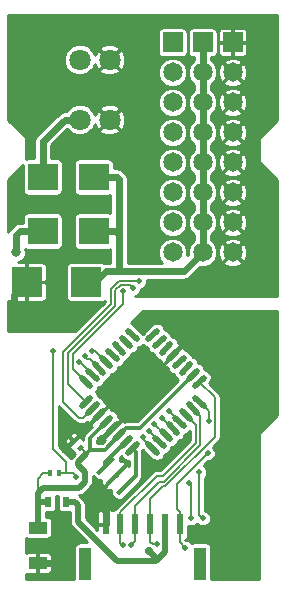
<source format=gtl>
G04 #@! TF.FileFunction,Copper,L1,Top,Signal*
%FSLAX46Y46*%
G04 Gerber Fmt 4.6, Leading zero omitted, Abs format (unit mm)*
G04 Created by KiCad (PCBNEW 4.0.7) date 07/31/18 09:39:55*
%MOMM*%
%LPD*%
G01*
G04 APERTURE LIST*
%ADD10C,0.100000*%
%ADD11R,1.600000X1.000000*%
%ADD12R,0.600000X1.800000*%
%ADD13R,1.000000X2.800000*%
%ADD14R,0.500000X0.900000*%
%ADD15C,1.800000*%
%ADD16R,1.651000X1.651000*%
%ADD17C,1.651000*%
%ADD18R,2.500000X2.300000*%
%ADD19C,0.500000*%
%ADD20R,2.550000X2.500000*%
%ADD21R,0.400000X0.500000*%
%ADD22C,0.500000*%
%ADD23C,0.800000*%
%ADD24C,0.600000*%
%ADD25C,0.700000*%
%ADD26C,0.152400*%
%ADD27C,0.600000*%
%ADD28C,0.300000*%
%ADD29C,0.200000*%
%ADD30C,0.254000*%
G04 APERTURE END LIST*
D10*
D11*
X141100000Y-119500000D03*
X141100000Y-122500000D03*
D12*
X153125000Y-119225000D03*
X151875000Y-119225000D03*
X150625000Y-119225000D03*
X149375000Y-119225000D03*
X148125000Y-119225000D03*
X146875000Y-119225000D03*
D13*
X145150000Y-122575000D03*
X154850000Y-122575000D03*
D14*
X142000000Y-117300000D03*
X143500000Y-117300000D03*
D15*
X144666000Y-79880000D03*
X147206000Y-79880000D03*
X144666000Y-84960000D03*
X147206000Y-84960000D03*
D16*
X155080000Y-78410000D03*
D17*
X155080000Y-80950000D03*
X155080000Y-83490000D03*
X155080000Y-86030000D03*
X155080000Y-88570000D03*
X155080000Y-91110000D03*
X155080000Y-93650000D03*
X155080000Y-96190000D03*
D16*
X157620000Y-78410000D03*
D17*
X157620000Y-80950000D03*
X157620000Y-83490000D03*
X157620000Y-86030000D03*
X157620000Y-88570000D03*
X157620000Y-91110000D03*
X157620000Y-93650000D03*
X157620000Y-96190000D03*
D16*
X152540000Y-78410000D03*
D17*
X152540000Y-80950000D03*
X152540000Y-83490000D03*
X152540000Y-86030000D03*
X152540000Y-88570000D03*
X152540000Y-91110000D03*
X152540000Y-93650000D03*
X152540000Y-96190000D03*
D18*
X145850000Y-89800000D03*
X141550000Y-89800000D03*
X145850000Y-94400000D03*
X141550000Y-94400000D03*
D19*
X144838121Y-109202081D02*
X145545227Y-108494975D01*
X145403806Y-109767767D02*
X146110912Y-109060661D01*
X145969492Y-110333452D02*
X146676598Y-109626346D01*
X146535177Y-110899137D02*
X147242283Y-110192031D01*
X147100863Y-111464823D02*
X147807969Y-110757717D01*
X147666548Y-112030508D02*
X148373654Y-111323402D01*
X148232233Y-112596194D02*
X148939339Y-111889088D01*
X148797919Y-113161879D02*
X149505025Y-112454773D01*
X150494975Y-112454773D02*
X151202081Y-113161879D01*
X151060661Y-111889088D02*
X151767767Y-112596194D01*
X151626346Y-111323402D02*
X152333452Y-112030508D01*
X152192031Y-110757717D02*
X152899137Y-111464823D01*
X152757717Y-110192031D02*
X153464823Y-110899137D01*
X153323402Y-109626346D02*
X154030508Y-110333452D01*
X153889088Y-109060661D02*
X154596194Y-109767767D01*
X154454773Y-108494975D02*
X155161879Y-109202081D01*
X154454773Y-107505025D02*
X155161879Y-106797919D01*
X153889088Y-106939339D02*
X154596194Y-106232233D01*
X153323402Y-106373654D02*
X154030508Y-105666548D01*
X152757717Y-105807969D02*
X153464823Y-105100863D01*
X152192031Y-105242283D02*
X152899137Y-104535177D01*
X151626346Y-104676598D02*
X152333452Y-103969492D01*
X151060661Y-104110912D02*
X151767767Y-103403806D01*
X150494975Y-103545227D02*
X151202081Y-102838121D01*
X148797919Y-102838121D02*
X149505025Y-103545227D01*
X148232233Y-103403806D02*
X148939339Y-104110912D01*
X147666548Y-103969492D02*
X148373654Y-104676598D01*
X147100863Y-104535177D02*
X147807969Y-105242283D01*
X146535177Y-105100863D02*
X147242283Y-105807969D01*
X145969492Y-105666548D02*
X146676598Y-106373654D01*
X145403806Y-106232233D02*
X146110912Y-106939339D01*
X144838121Y-106797919D02*
X145545227Y-107505025D01*
D20*
X145225000Y-98700000D03*
X140175000Y-98700000D03*
D10*
G36*
X144768198Y-112414645D02*
X145051041Y-112697488D01*
X144697488Y-113051041D01*
X144414645Y-112768198D01*
X144768198Y-112414645D01*
X144768198Y-112414645D01*
G37*
G36*
X144202512Y-111848959D02*
X144485355Y-112131802D01*
X144131802Y-112485355D01*
X143848959Y-112202512D01*
X144202512Y-111848959D01*
X144202512Y-111848959D01*
G37*
D21*
X142150000Y-114900000D03*
X142950000Y-114900000D03*
D10*
G36*
X149361701Y-115418198D02*
X148018198Y-116761701D01*
X147735355Y-116478858D01*
X149078858Y-115135355D01*
X149361701Y-115418198D01*
X149361701Y-115418198D01*
G37*
G36*
X148513173Y-114569670D02*
X147169670Y-115913173D01*
X146886827Y-115630330D01*
X148230330Y-114286827D01*
X148513173Y-114569670D01*
X148513173Y-114569670D01*
G37*
G36*
X147664645Y-113721142D02*
X146321142Y-115064645D01*
X146038299Y-114781802D01*
X147381802Y-113438299D01*
X147664645Y-113721142D01*
X147664645Y-113721142D01*
G37*
D22*
X148300000Y-121000000D03*
X149000000Y-121000000D03*
X153600000Y-121200000D03*
X155600000Y-110500000D03*
X155500000Y-113200000D03*
X151200000Y-120900000D03*
D23*
X139100000Y-101100000D03*
X145700000Y-117600000D03*
X142700000Y-122500000D03*
D24*
X143400000Y-112900000D03*
X153500000Y-103900000D03*
X146400000Y-112100000D03*
X148700000Y-114100000D03*
D22*
X145700000Y-104500000D03*
X142400000Y-104500000D03*
X144400000Y-115200000D03*
X154100000Y-118700000D03*
X153900000Y-115700000D03*
X145100000Y-105000000D03*
X154800000Y-114800000D03*
X155100000Y-118700000D03*
X144600000Y-105500000D03*
D23*
X139300000Y-96200000D03*
D25*
X150500000Y-121500000D03*
D22*
X149200000Y-99200000D03*
X149700000Y-98600000D03*
X150000000Y-111800000D03*
X150500000Y-111300000D03*
X151000000Y-110700000D03*
X151600000Y-110200000D03*
X152200000Y-109600000D03*
X148300000Y-99500000D03*
D26*
X148125000Y-119225000D02*
X148125000Y-120825000D01*
X148125000Y-120825000D02*
X148300000Y-121000000D01*
X154500000Y-112300000D02*
X154500000Y-110802944D01*
X154500000Y-110802944D02*
X153676955Y-109979899D01*
X151700000Y-115100000D02*
X154500000Y-112300000D01*
X151197600Y-115100000D02*
X151700000Y-115100000D01*
X148125000Y-119225000D02*
X148125000Y-118172600D01*
X148125000Y-118172600D02*
X151197600Y-115100000D01*
X149375000Y-119225000D02*
X149375000Y-120625000D01*
X149375000Y-120625000D02*
X149000000Y-121000000D01*
X154900000Y-112500000D02*
X154900000Y-110071573D01*
X154900000Y-110071573D02*
X154242641Y-109414214D01*
X151800000Y-115600000D02*
X154900000Y-112500000D01*
X151400000Y-115600000D02*
X151800000Y-115600000D01*
X149375000Y-117625000D02*
X151400000Y-115600000D01*
X149375000Y-119225000D02*
X149375000Y-117625000D01*
X153125000Y-119225000D02*
X153125000Y-120725000D01*
X153125000Y-120725000D02*
X153600000Y-121200000D01*
X155600000Y-109640202D02*
X155600000Y-110500000D01*
X154808326Y-108848528D02*
X155600000Y-109640202D01*
X152900000Y-117947600D02*
X152900000Y-115800000D01*
X152900000Y-115800000D02*
X155500000Y-113200000D01*
X153125000Y-119225000D02*
X153125000Y-118172600D01*
X153125000Y-118172600D02*
X152900000Y-117947600D01*
X151200000Y-120900000D02*
X150846447Y-120900000D01*
X150846447Y-120900000D02*
X150625000Y-120678553D01*
X150625000Y-120678553D02*
X150625000Y-119225000D01*
X154808326Y-107151472D02*
X156100000Y-108443146D01*
X151700000Y-116000000D02*
X150625000Y-117075000D01*
X156100000Y-108443146D02*
X156100000Y-111800000D01*
X156100000Y-111800000D02*
X151900000Y-116000000D01*
X151900000Y-116000000D02*
X151700000Y-116000000D01*
X150625000Y-117075000D02*
X150625000Y-119225000D01*
D27*
X139100000Y-101100000D02*
X139100000Y-99775000D01*
X139100000Y-99775000D02*
X140175000Y-98700000D01*
X145700000Y-117600000D02*
X146265685Y-117600000D01*
X146265685Y-117600000D02*
X146875000Y-118209315D01*
X146875000Y-118209315D02*
X146875000Y-118275000D01*
X146875000Y-119225000D02*
X146875000Y-118275000D01*
X141100000Y-122500000D02*
X142700000Y-122500000D01*
D28*
X144169670Y-112169670D02*
X144130330Y-112169670D01*
X144130330Y-112169670D02*
X143400000Y-112900000D01*
X152545584Y-104888730D02*
X152545584Y-104854416D01*
X152545584Y-104854416D02*
X153500000Y-103900000D01*
X147454416Y-111111270D02*
X147388730Y-111111270D01*
X147388730Y-111111270D02*
X146400000Y-112100000D01*
X147700000Y-115100000D02*
X148700000Y-114100000D01*
X146323045Y-109979899D02*
X144169670Y-112133274D01*
X144169670Y-112133274D02*
X144169670Y-112169670D01*
D29*
X144732843Y-112732843D02*
X144944974Y-112944974D01*
X144944974Y-112944974D02*
X145230330Y-113230330D01*
D26*
X141550000Y-114900000D02*
X141100000Y-115350000D01*
X141100000Y-115350000D02*
X141100000Y-116600000D01*
X142150000Y-114900000D02*
X141550000Y-114900000D01*
D19*
X142000000Y-116100000D02*
X144600000Y-116100000D01*
X144600000Y-116100000D02*
X145100000Y-115600000D01*
X145100000Y-115600000D02*
X145100000Y-114800000D01*
X144500000Y-113960660D02*
X145230330Y-113230330D01*
X145100000Y-114800000D02*
X144500000Y-114200000D01*
X144500000Y-114200000D02*
X144500000Y-113960660D01*
X141600000Y-116100000D02*
X142000000Y-116100000D01*
X141100000Y-119500000D02*
X141100000Y-117300000D01*
X141100000Y-117300000D02*
X141100000Y-116600000D01*
X142000000Y-117300000D02*
X141100000Y-117300000D01*
X141100000Y-116600000D02*
X141600000Y-116100000D01*
D28*
X148020101Y-111676955D02*
X148621140Y-111075916D01*
X148621140Y-111075916D02*
X149752511Y-111075916D01*
X149752511Y-111075916D02*
X153641602Y-107186825D01*
X153641602Y-107186825D02*
X154242641Y-106585786D01*
X148020101Y-111676955D02*
X146802601Y-112894455D01*
X146802601Y-112894455D02*
X145566205Y-112894455D01*
X145230330Y-113230330D02*
X145566205Y-112894455D01*
X145566205Y-111868109D02*
X146287691Y-111146623D01*
X145566205Y-112894455D02*
X145566205Y-111868109D01*
X146287691Y-111146623D02*
X146888730Y-110545584D01*
D26*
X143500000Y-114900000D02*
X142950000Y-114900000D01*
X145700000Y-104500000D02*
X145934314Y-104500000D01*
X145934314Y-104500000D02*
X145955712Y-104521398D01*
X142400000Y-112800000D02*
X142400000Y-104500000D01*
X143500000Y-114297600D02*
X143500000Y-114900000D01*
X143500000Y-113900000D02*
X143500000Y-114297600D01*
X146888730Y-105454416D02*
X145955712Y-104521398D01*
X142400000Y-112800000D02*
X143500000Y-113900000D01*
X143500000Y-114900000D02*
X144100000Y-114900000D01*
X144100000Y-114900000D02*
X144400000Y-115200000D01*
X154100000Y-118700000D02*
X154100000Y-115900000D01*
X154100000Y-115900000D02*
X153900000Y-115700000D01*
X145502944Y-105200000D02*
X145300000Y-105200000D01*
X145300000Y-105200000D02*
X145100000Y-105000000D01*
X146323045Y-106020101D02*
X145502944Y-105200000D01*
X155100000Y-118700000D02*
X154800000Y-118400000D01*
X154800000Y-118400000D02*
X154800000Y-114800000D01*
X145757359Y-106585786D02*
X144671573Y-105500000D01*
X144671573Y-105500000D02*
X144600000Y-105500000D01*
D28*
X146852264Y-114252264D02*
X146852264Y-113976163D01*
X146852264Y-113976163D02*
X148585786Y-112242641D01*
X149398958Y-115096514D02*
X149219225Y-115276247D01*
X149398958Y-113055812D02*
X149398958Y-115096514D01*
X149151472Y-112808326D02*
X149398958Y-113055812D01*
X149219225Y-115276247D02*
X148547736Y-115947736D01*
D27*
X139300000Y-94700000D02*
X139600000Y-94400000D01*
X139600000Y-94400000D02*
X141550000Y-94400000D01*
X139300000Y-96200000D02*
X139300000Y-94700000D01*
D19*
X150500000Y-121500000D02*
X151100000Y-122100000D01*
X151100000Y-122100000D02*
X151100000Y-122300000D01*
X143500000Y-117300000D02*
X144250000Y-117300000D01*
X144250000Y-117300000D02*
X144500000Y-117550000D01*
X144500000Y-117550000D02*
X144500000Y-119000000D01*
X147800000Y-122300000D02*
X144500000Y-119000000D01*
X151100000Y-122300000D02*
X147800000Y-122300000D01*
X151875000Y-121525000D02*
X151100000Y-122300000D01*
X151875000Y-119225000D02*
X151875000Y-121525000D01*
D27*
X147800000Y-89800000D02*
X148000000Y-90000000D01*
X148000000Y-90000000D02*
X148000000Y-94700000D01*
X145850000Y-89800000D02*
X147800000Y-89800000D01*
X146900000Y-97800000D02*
X148000000Y-97800000D01*
X148000000Y-97800000D02*
X153470000Y-97800000D01*
X145850000Y-94400000D02*
X147700000Y-94400000D01*
X147700000Y-94400000D02*
X148000000Y-94700000D01*
X148000000Y-94700000D02*
X148000000Y-97800000D01*
X145225000Y-98700000D02*
X146000000Y-98700000D01*
X146000000Y-98700000D02*
X146900000Y-97800000D01*
X153470000Y-97800000D02*
X155080000Y-96190000D01*
X155080000Y-88570000D02*
X155080000Y-91110000D01*
X155080000Y-86030000D02*
X155080000Y-88570000D01*
X155080000Y-83490000D02*
X155080000Y-86030000D01*
X155080000Y-80950000D02*
X155080000Y-83490000D01*
X155080000Y-78410000D02*
X155080000Y-80950000D01*
X155080000Y-93650000D02*
X155080000Y-91110000D01*
X155080000Y-96190000D02*
X155080000Y-93650000D01*
D26*
X147700000Y-99400000D02*
X148149999Y-98950001D01*
X148149999Y-98950001D02*
X148950001Y-98950001D01*
X147700000Y-100700000D02*
X147700000Y-99400000D01*
X143700000Y-104700000D02*
X147700000Y-100700000D01*
X143700000Y-107356854D02*
X143700000Y-104700000D01*
X148950001Y-98950001D02*
X149200000Y-99200000D01*
X145191674Y-108848528D02*
X143700000Y-107356854D01*
X147300000Y-99300000D02*
X148000000Y-98600000D01*
X148000000Y-98600000D02*
X149700000Y-98600000D01*
X147300000Y-100600000D02*
X147300000Y-99300000D01*
X143300000Y-104600000D02*
X147300000Y-100600000D01*
X143300000Y-108900000D02*
X143300000Y-104600000D01*
X144600000Y-110200000D02*
X143300000Y-108900000D01*
X144971573Y-110200000D02*
X144600000Y-110200000D01*
X145757359Y-109414214D02*
X144971573Y-110200000D01*
X150000000Y-111800000D02*
X150000000Y-111959798D01*
X150000000Y-111959798D02*
X150848528Y-112808326D01*
X151414214Y-112242641D02*
X151414214Y-112214214D01*
X151414214Y-112214214D02*
X150500000Y-111300000D01*
X151979899Y-111676955D02*
X151976955Y-111676955D01*
X151976955Y-111676955D02*
X151000000Y-110700000D01*
X152545584Y-111111270D02*
X152511270Y-111111270D01*
X152511270Y-111111270D02*
X151600000Y-110200000D01*
X153111270Y-110545584D02*
X153111270Y-110511270D01*
X153111270Y-110511270D02*
X152200000Y-109600000D01*
X148300000Y-100600000D02*
X148300000Y-99500000D01*
X144100000Y-104800000D02*
X148300000Y-100600000D01*
X144100000Y-106059798D02*
X144100000Y-104800000D01*
X145191674Y-107151472D02*
X144100000Y-106059798D01*
D27*
X144666000Y-84960000D02*
X143393208Y-84960000D01*
X141550000Y-86803208D02*
X141550000Y-88050000D01*
X143393208Y-84960000D02*
X141550000Y-86803208D01*
X141550000Y-88050000D02*
X141550000Y-89800000D01*
D30*
G36*
X161373000Y-84947394D02*
X159910197Y-86410197D01*
X159883006Y-86450590D01*
X159873000Y-86500000D01*
X159873000Y-88500000D01*
X159882334Y-88547789D01*
X159910197Y-88589803D01*
X161373000Y-90052606D01*
X161373000Y-99873000D01*
X149344037Y-99873000D01*
X149582989Y-99774267D01*
X149773598Y-99583990D01*
X149876882Y-99335254D01*
X149876948Y-99259401D01*
X150082989Y-99174267D01*
X150273598Y-98983990D01*
X150376882Y-98735254D01*
X150377064Y-98527000D01*
X153469995Y-98527000D01*
X153470000Y-98527001D01*
X153702052Y-98480842D01*
X153748211Y-98471660D01*
X153984067Y-98314067D01*
X154855829Y-97442305D01*
X155328045Y-97442717D01*
X155788557Y-97252437D01*
X156007754Y-97033622D01*
X156808905Y-97033622D01*
X156888105Y-97236497D01*
X157344294Y-97436921D01*
X157842457Y-97447513D01*
X158306753Y-97266660D01*
X158351895Y-97236497D01*
X158431095Y-97033622D01*
X157620000Y-96222527D01*
X156808905Y-97033622D01*
X156007754Y-97033622D01*
X156141199Y-96900411D01*
X156332282Y-96440231D01*
X156332306Y-96412457D01*
X156362487Y-96412457D01*
X156543340Y-96876753D01*
X156573503Y-96921895D01*
X156776378Y-97001095D01*
X157587473Y-96190000D01*
X157652527Y-96190000D01*
X158463622Y-97001095D01*
X158666497Y-96921895D01*
X158866921Y-96465706D01*
X158877513Y-95967543D01*
X158696660Y-95503247D01*
X158666497Y-95458105D01*
X158463622Y-95378905D01*
X157652527Y-96190000D01*
X157587473Y-96190000D01*
X156776378Y-95378905D01*
X156573503Y-95458105D01*
X156373079Y-95914294D01*
X156362487Y-96412457D01*
X156332306Y-96412457D01*
X156332717Y-95941955D01*
X156142437Y-95481443D01*
X156007608Y-95346378D01*
X156808905Y-95346378D01*
X157620000Y-96157473D01*
X158431095Y-95346378D01*
X158351895Y-95143503D01*
X157895706Y-94943079D01*
X157397543Y-94932487D01*
X156933247Y-95113340D01*
X156888105Y-95143503D01*
X156808905Y-95346378D01*
X156007608Y-95346378D01*
X155807000Y-95145419D01*
X155807000Y-94694026D01*
X156007754Y-94493622D01*
X156808905Y-94493622D01*
X156888105Y-94696497D01*
X157344294Y-94896921D01*
X157842457Y-94907513D01*
X158306753Y-94726660D01*
X158351895Y-94696497D01*
X158431095Y-94493622D01*
X157620000Y-93682527D01*
X156808905Y-94493622D01*
X156007754Y-94493622D01*
X156141199Y-94360411D01*
X156332282Y-93900231D01*
X156332306Y-93872457D01*
X156362487Y-93872457D01*
X156543340Y-94336753D01*
X156573503Y-94381895D01*
X156776378Y-94461095D01*
X157587473Y-93650000D01*
X157652527Y-93650000D01*
X158463622Y-94461095D01*
X158666497Y-94381895D01*
X158866921Y-93925706D01*
X158877513Y-93427543D01*
X158696660Y-92963247D01*
X158666497Y-92918105D01*
X158463622Y-92838905D01*
X157652527Y-93650000D01*
X157587473Y-93650000D01*
X156776378Y-92838905D01*
X156573503Y-92918105D01*
X156373079Y-93374294D01*
X156362487Y-93872457D01*
X156332306Y-93872457D01*
X156332717Y-93401955D01*
X156142437Y-92941443D01*
X156007608Y-92806378D01*
X156808905Y-92806378D01*
X157620000Y-93617473D01*
X158431095Y-92806378D01*
X158351895Y-92603503D01*
X157895706Y-92403079D01*
X157397543Y-92392487D01*
X156933247Y-92573340D01*
X156888105Y-92603503D01*
X156808905Y-92806378D01*
X156007608Y-92806378D01*
X155807000Y-92605419D01*
X155807000Y-92154026D01*
X156007754Y-91953622D01*
X156808905Y-91953622D01*
X156888105Y-92156497D01*
X157344294Y-92356921D01*
X157842457Y-92367513D01*
X158306753Y-92186660D01*
X158351895Y-92156497D01*
X158431095Y-91953622D01*
X157620000Y-91142527D01*
X156808905Y-91953622D01*
X156007754Y-91953622D01*
X156141199Y-91820411D01*
X156332282Y-91360231D01*
X156332306Y-91332457D01*
X156362487Y-91332457D01*
X156543340Y-91796753D01*
X156573503Y-91841895D01*
X156776378Y-91921095D01*
X157587473Y-91110000D01*
X157652527Y-91110000D01*
X158463622Y-91921095D01*
X158666497Y-91841895D01*
X158866921Y-91385706D01*
X158877513Y-90887543D01*
X158696660Y-90423247D01*
X158666497Y-90378105D01*
X158463622Y-90298905D01*
X157652527Y-91110000D01*
X157587473Y-91110000D01*
X156776378Y-90298905D01*
X156573503Y-90378105D01*
X156373079Y-90834294D01*
X156362487Y-91332457D01*
X156332306Y-91332457D01*
X156332717Y-90861955D01*
X156142437Y-90401443D01*
X156007608Y-90266378D01*
X156808905Y-90266378D01*
X157620000Y-91077473D01*
X158431095Y-90266378D01*
X158351895Y-90063503D01*
X157895706Y-89863079D01*
X157397543Y-89852487D01*
X156933247Y-90033340D01*
X156888105Y-90063503D01*
X156808905Y-90266378D01*
X156007608Y-90266378D01*
X155807000Y-90065419D01*
X155807000Y-89614026D01*
X156007754Y-89413622D01*
X156808905Y-89413622D01*
X156888105Y-89616497D01*
X157344294Y-89816921D01*
X157842457Y-89827513D01*
X158306753Y-89646660D01*
X158351895Y-89616497D01*
X158431095Y-89413622D01*
X157620000Y-88602527D01*
X156808905Y-89413622D01*
X156007754Y-89413622D01*
X156141199Y-89280411D01*
X156332282Y-88820231D01*
X156332306Y-88792457D01*
X156362487Y-88792457D01*
X156543340Y-89256753D01*
X156573503Y-89301895D01*
X156776378Y-89381095D01*
X157587473Y-88570000D01*
X157652527Y-88570000D01*
X158463622Y-89381095D01*
X158666497Y-89301895D01*
X158866921Y-88845706D01*
X158877513Y-88347543D01*
X158696660Y-87883247D01*
X158666497Y-87838105D01*
X158463622Y-87758905D01*
X157652527Y-88570000D01*
X157587473Y-88570000D01*
X156776378Y-87758905D01*
X156573503Y-87838105D01*
X156373079Y-88294294D01*
X156362487Y-88792457D01*
X156332306Y-88792457D01*
X156332717Y-88321955D01*
X156142437Y-87861443D01*
X156007608Y-87726378D01*
X156808905Y-87726378D01*
X157620000Y-88537473D01*
X158431095Y-87726378D01*
X158351895Y-87523503D01*
X157895706Y-87323079D01*
X157397543Y-87312487D01*
X156933247Y-87493340D01*
X156888105Y-87523503D01*
X156808905Y-87726378D01*
X156007608Y-87726378D01*
X155807000Y-87525419D01*
X155807000Y-87074026D01*
X156007754Y-86873622D01*
X156808905Y-86873622D01*
X156888105Y-87076497D01*
X157344294Y-87276921D01*
X157842457Y-87287513D01*
X158306753Y-87106660D01*
X158351895Y-87076497D01*
X158431095Y-86873622D01*
X157620000Y-86062527D01*
X156808905Y-86873622D01*
X156007754Y-86873622D01*
X156141199Y-86740411D01*
X156332282Y-86280231D01*
X156332306Y-86252457D01*
X156362487Y-86252457D01*
X156543340Y-86716753D01*
X156573503Y-86761895D01*
X156776378Y-86841095D01*
X157587473Y-86030000D01*
X157652527Y-86030000D01*
X158463622Y-86841095D01*
X158666497Y-86761895D01*
X158866921Y-86305706D01*
X158877513Y-85807543D01*
X158696660Y-85343247D01*
X158666497Y-85298105D01*
X158463622Y-85218905D01*
X157652527Y-86030000D01*
X157587473Y-86030000D01*
X156776378Y-85218905D01*
X156573503Y-85298105D01*
X156373079Y-85754294D01*
X156362487Y-86252457D01*
X156332306Y-86252457D01*
X156332717Y-85781955D01*
X156142437Y-85321443D01*
X156007608Y-85186378D01*
X156808905Y-85186378D01*
X157620000Y-85997473D01*
X158431095Y-85186378D01*
X158351895Y-84983503D01*
X157895706Y-84783079D01*
X157397543Y-84772487D01*
X156933247Y-84953340D01*
X156888105Y-84983503D01*
X156808905Y-85186378D01*
X156007608Y-85186378D01*
X155807000Y-84985419D01*
X155807000Y-84534026D01*
X156007754Y-84333622D01*
X156808905Y-84333622D01*
X156888105Y-84536497D01*
X157344294Y-84736921D01*
X157842457Y-84747513D01*
X158306753Y-84566660D01*
X158351895Y-84536497D01*
X158431095Y-84333622D01*
X157620000Y-83522527D01*
X156808905Y-84333622D01*
X156007754Y-84333622D01*
X156141199Y-84200411D01*
X156332282Y-83740231D01*
X156332306Y-83712457D01*
X156362487Y-83712457D01*
X156543340Y-84176753D01*
X156573503Y-84221895D01*
X156776378Y-84301095D01*
X157587473Y-83490000D01*
X157652527Y-83490000D01*
X158463622Y-84301095D01*
X158666497Y-84221895D01*
X158866921Y-83765706D01*
X158877513Y-83267543D01*
X158696660Y-82803247D01*
X158666497Y-82758105D01*
X158463622Y-82678905D01*
X157652527Y-83490000D01*
X157587473Y-83490000D01*
X156776378Y-82678905D01*
X156573503Y-82758105D01*
X156373079Y-83214294D01*
X156362487Y-83712457D01*
X156332306Y-83712457D01*
X156332717Y-83241955D01*
X156142437Y-82781443D01*
X156007608Y-82646378D01*
X156808905Y-82646378D01*
X157620000Y-83457473D01*
X158431095Y-82646378D01*
X158351895Y-82443503D01*
X157895706Y-82243079D01*
X157397543Y-82232487D01*
X156933247Y-82413340D01*
X156888105Y-82443503D01*
X156808905Y-82646378D01*
X156007608Y-82646378D01*
X155807000Y-82445419D01*
X155807000Y-81994026D01*
X156007754Y-81793622D01*
X156808905Y-81793622D01*
X156888105Y-81996497D01*
X157344294Y-82196921D01*
X157842457Y-82207513D01*
X158306753Y-82026660D01*
X158351895Y-81996497D01*
X158431095Y-81793622D01*
X157620000Y-80982527D01*
X156808905Y-81793622D01*
X156007754Y-81793622D01*
X156141199Y-81660411D01*
X156332282Y-81200231D01*
X156332306Y-81172457D01*
X156362487Y-81172457D01*
X156543340Y-81636753D01*
X156573503Y-81681895D01*
X156776378Y-81761095D01*
X157587473Y-80950000D01*
X157652527Y-80950000D01*
X158463622Y-81761095D01*
X158666497Y-81681895D01*
X158866921Y-81225706D01*
X158877513Y-80727543D01*
X158696660Y-80263247D01*
X158666497Y-80218105D01*
X158463622Y-80138905D01*
X157652527Y-80950000D01*
X157587473Y-80950000D01*
X156776378Y-80138905D01*
X156573503Y-80218105D01*
X156373079Y-80674294D01*
X156362487Y-81172457D01*
X156332306Y-81172457D01*
X156332717Y-80701955D01*
X156142437Y-80241443D01*
X156007608Y-80106378D01*
X156808905Y-80106378D01*
X157620000Y-80917473D01*
X158431095Y-80106378D01*
X158351895Y-79903503D01*
X157895706Y-79703079D01*
X157397543Y-79692487D01*
X156933247Y-79873340D01*
X156888105Y-79903503D01*
X156808905Y-80106378D01*
X156007608Y-80106378D01*
X155807000Y-79905419D01*
X155807000Y-79670865D01*
X155905500Y-79670865D01*
X156063737Y-79641091D01*
X156209067Y-79547573D01*
X156306564Y-79404881D01*
X156340865Y-79235500D01*
X156340865Y-78539750D01*
X156367500Y-78539750D01*
X156367500Y-79320436D01*
X156432507Y-79477376D01*
X156552624Y-79597493D01*
X156709565Y-79662500D01*
X157490250Y-79662500D01*
X157597000Y-79555750D01*
X157597000Y-78433000D01*
X157643000Y-78433000D01*
X157643000Y-79555750D01*
X157749750Y-79662500D01*
X158530435Y-79662500D01*
X158687376Y-79597493D01*
X158807493Y-79477376D01*
X158872500Y-79320436D01*
X158872500Y-78539750D01*
X158765750Y-78433000D01*
X157643000Y-78433000D01*
X157597000Y-78433000D01*
X156474250Y-78433000D01*
X156367500Y-78539750D01*
X156340865Y-78539750D01*
X156340865Y-77584500D01*
X156324884Y-77499564D01*
X156367500Y-77499564D01*
X156367500Y-78280250D01*
X156474250Y-78387000D01*
X157597000Y-78387000D01*
X157597000Y-77264250D01*
X157643000Y-77264250D01*
X157643000Y-78387000D01*
X158765750Y-78387000D01*
X158872500Y-78280250D01*
X158872500Y-77499564D01*
X158807493Y-77342624D01*
X158687376Y-77222507D01*
X158530435Y-77157500D01*
X157749750Y-77157500D01*
X157643000Y-77264250D01*
X157597000Y-77264250D01*
X157490250Y-77157500D01*
X156709565Y-77157500D01*
X156552624Y-77222507D01*
X156432507Y-77342624D01*
X156367500Y-77499564D01*
X156324884Y-77499564D01*
X156311091Y-77426263D01*
X156217573Y-77280933D01*
X156074881Y-77183436D01*
X155905500Y-77149135D01*
X154254500Y-77149135D01*
X154096263Y-77178909D01*
X153950933Y-77272427D01*
X153853436Y-77415119D01*
X153819135Y-77584500D01*
X153819135Y-79235500D01*
X153848909Y-79393737D01*
X153942427Y-79539067D01*
X154085119Y-79636564D01*
X154254500Y-79670865D01*
X154353000Y-79670865D01*
X154353000Y-79905974D01*
X154018801Y-80239589D01*
X153827718Y-80699769D01*
X153827283Y-81198045D01*
X154017563Y-81658557D01*
X154353000Y-81994581D01*
X154353000Y-82445974D01*
X154018801Y-82779589D01*
X153827718Y-83239769D01*
X153827283Y-83738045D01*
X154017563Y-84198557D01*
X154353000Y-84534581D01*
X154353000Y-84985974D01*
X154018801Y-85319589D01*
X153827718Y-85779769D01*
X153827283Y-86278045D01*
X154017563Y-86738557D01*
X154353000Y-87074581D01*
X154353000Y-87525974D01*
X154018801Y-87859589D01*
X153827718Y-88319769D01*
X153827283Y-88818045D01*
X154017563Y-89278557D01*
X154353000Y-89614581D01*
X154353000Y-90065974D01*
X154018801Y-90399589D01*
X153827718Y-90859769D01*
X153827283Y-91358045D01*
X154017563Y-91818557D01*
X154353000Y-92154581D01*
X154353000Y-92605974D01*
X154018801Y-92939589D01*
X153827718Y-93399769D01*
X153827283Y-93898045D01*
X154017563Y-94358557D01*
X154353000Y-94694581D01*
X154353000Y-95145974D01*
X154018801Y-95479589D01*
X153827718Y-95939769D01*
X153827304Y-96414562D01*
X153785641Y-96456225D01*
X153792282Y-96440231D01*
X153792717Y-95941955D01*
X153602437Y-95481443D01*
X153250411Y-95128801D01*
X152790231Y-94937718D01*
X152291955Y-94937283D01*
X151831443Y-95127563D01*
X151478801Y-95479589D01*
X151287718Y-95939769D01*
X151287283Y-96438045D01*
X151477563Y-96898557D01*
X151651701Y-97073000D01*
X148727000Y-97073000D01*
X148727000Y-93898045D01*
X151287283Y-93898045D01*
X151477563Y-94358557D01*
X151829589Y-94711199D01*
X152289769Y-94902282D01*
X152788045Y-94902717D01*
X153248557Y-94712437D01*
X153601199Y-94360411D01*
X153792282Y-93900231D01*
X153792717Y-93401955D01*
X153602437Y-92941443D01*
X153250411Y-92588801D01*
X152790231Y-92397718D01*
X152291955Y-92397283D01*
X151831443Y-92587563D01*
X151478801Y-92939589D01*
X151287718Y-93399769D01*
X151287283Y-93898045D01*
X148727000Y-93898045D01*
X148727000Y-91358045D01*
X151287283Y-91358045D01*
X151477563Y-91818557D01*
X151829589Y-92171199D01*
X152289769Y-92362282D01*
X152788045Y-92362717D01*
X153248557Y-92172437D01*
X153601199Y-91820411D01*
X153792282Y-91360231D01*
X153792717Y-90861955D01*
X153602437Y-90401443D01*
X153250411Y-90048801D01*
X152790231Y-89857718D01*
X152291955Y-89857283D01*
X151831443Y-90047563D01*
X151478801Y-90399589D01*
X151287718Y-90859769D01*
X151287283Y-91358045D01*
X148727000Y-91358045D01*
X148727000Y-90000005D01*
X148727001Y-90000000D01*
X148671660Y-89721790D01*
X148671660Y-89721789D01*
X148514067Y-89485933D01*
X148514064Y-89485931D01*
X148314067Y-89285933D01*
X148212716Y-89218213D01*
X148078211Y-89128340D01*
X148032052Y-89119158D01*
X147800000Y-89072999D01*
X147799995Y-89073000D01*
X147535365Y-89073000D01*
X147535365Y-88818045D01*
X151287283Y-88818045D01*
X151477563Y-89278557D01*
X151829589Y-89631199D01*
X152289769Y-89822282D01*
X152788045Y-89822717D01*
X153248557Y-89632437D01*
X153601199Y-89280411D01*
X153792282Y-88820231D01*
X153792717Y-88321955D01*
X153602437Y-87861443D01*
X153250411Y-87508801D01*
X152790231Y-87317718D01*
X152291955Y-87317283D01*
X151831443Y-87507563D01*
X151478801Y-87859589D01*
X151287718Y-88319769D01*
X151287283Y-88818045D01*
X147535365Y-88818045D01*
X147535365Y-88650000D01*
X147505591Y-88491763D01*
X147412073Y-88346433D01*
X147269381Y-88248936D01*
X147100000Y-88214635D01*
X144600000Y-88214635D01*
X144441763Y-88244409D01*
X144296433Y-88337927D01*
X144198936Y-88480619D01*
X144164635Y-88650000D01*
X144164635Y-90950000D01*
X144194409Y-91108237D01*
X144287927Y-91253567D01*
X144430619Y-91351064D01*
X144600000Y-91385365D01*
X147100000Y-91385365D01*
X147258237Y-91355591D01*
X147273000Y-91346091D01*
X147273000Y-92851409D01*
X147269381Y-92848936D01*
X147100000Y-92814635D01*
X144600000Y-92814635D01*
X144441763Y-92844409D01*
X144296433Y-92937927D01*
X144198936Y-93080619D01*
X144164635Y-93250000D01*
X144164635Y-95550000D01*
X144194409Y-95708237D01*
X144287927Y-95853567D01*
X144430619Y-95951064D01*
X144600000Y-95985365D01*
X147100000Y-95985365D01*
X147258237Y-95955591D01*
X147273000Y-95946091D01*
X147273000Y-97073000D01*
X146900000Y-97073000D01*
X146748659Y-97103104D01*
X146669381Y-97048936D01*
X146500000Y-97014635D01*
X143950000Y-97014635D01*
X143791763Y-97044409D01*
X143646433Y-97137927D01*
X143548936Y-97280619D01*
X143514635Y-97450000D01*
X143514635Y-99950000D01*
X143544409Y-100108237D01*
X143637927Y-100253567D01*
X143780619Y-100351064D01*
X143950000Y-100385365D01*
X146500000Y-100385365D01*
X146658237Y-100355591D01*
X146796800Y-100266427D01*
X146796800Y-100391568D01*
X144315368Y-102873000D01*
X138627000Y-102873000D01*
X138627000Y-100280869D01*
X138658124Y-100311993D01*
X138815065Y-100377000D01*
X140045250Y-100377000D01*
X140152000Y-100270250D01*
X140152000Y-98723000D01*
X140198000Y-98723000D01*
X140198000Y-100270250D01*
X140304750Y-100377000D01*
X141534935Y-100377000D01*
X141691876Y-100311993D01*
X141811993Y-100191876D01*
X141877000Y-100034936D01*
X141877000Y-98829750D01*
X141770250Y-98723000D01*
X140198000Y-98723000D01*
X140152000Y-98723000D01*
X140132000Y-98723000D01*
X140132000Y-98677000D01*
X140152000Y-98677000D01*
X140152000Y-97129750D01*
X140198000Y-97129750D01*
X140198000Y-98677000D01*
X141770250Y-98677000D01*
X141877000Y-98570250D01*
X141877000Y-97365064D01*
X141811993Y-97208124D01*
X141691876Y-97088007D01*
X141534935Y-97023000D01*
X140304750Y-97023000D01*
X140198000Y-97129750D01*
X140152000Y-97129750D01*
X140045250Y-97023000D01*
X139473806Y-97023000D01*
X139767846Y-96901505D01*
X140000688Y-96669070D01*
X140126856Y-96365222D01*
X140127143Y-96036221D01*
X140076748Y-95914256D01*
X140130619Y-95951064D01*
X140300000Y-95985365D01*
X142800000Y-95985365D01*
X142958237Y-95955591D01*
X143103567Y-95862073D01*
X143201064Y-95719381D01*
X143235365Y-95550000D01*
X143235365Y-93250000D01*
X143205591Y-93091763D01*
X143112073Y-92946433D01*
X142969381Y-92848936D01*
X142800000Y-92814635D01*
X140300000Y-92814635D01*
X140141763Y-92844409D01*
X139996433Y-92937927D01*
X139898936Y-93080619D01*
X139864635Y-93250000D01*
X139864635Y-93673000D01*
X139600000Y-93673000D01*
X139321789Y-93728340D01*
X139085933Y-93885933D01*
X138785933Y-94185933D01*
X138628340Y-94421789D01*
X138627000Y-94428525D01*
X138627000Y-90052606D01*
X139864635Y-88814971D01*
X139864635Y-90950000D01*
X139894409Y-91108237D01*
X139987927Y-91253567D01*
X140130619Y-91351064D01*
X140300000Y-91385365D01*
X142800000Y-91385365D01*
X142958237Y-91355591D01*
X143103567Y-91262073D01*
X143201064Y-91119381D01*
X143235365Y-90950000D01*
X143235365Y-88650000D01*
X143205591Y-88491763D01*
X143112073Y-88346433D01*
X142969381Y-88248936D01*
X142800000Y-88214635D01*
X142277000Y-88214635D01*
X142277000Y-87104342D01*
X143605447Y-85775894D01*
X143913334Y-86084319D01*
X144400885Y-86286769D01*
X144928798Y-86287229D01*
X145416703Y-86085631D01*
X145645389Y-85857343D01*
X146341184Y-85857343D01*
X146429451Y-86067959D01*
X146912560Y-86280793D01*
X147440342Y-86292548D01*
X147477686Y-86278045D01*
X151287283Y-86278045D01*
X151477563Y-86738557D01*
X151829589Y-87091199D01*
X152289769Y-87282282D01*
X152788045Y-87282717D01*
X153248557Y-87092437D01*
X153601199Y-86740411D01*
X153792282Y-86280231D01*
X153792717Y-85781955D01*
X153602437Y-85321443D01*
X153250411Y-84968801D01*
X152790231Y-84777718D01*
X152291955Y-84777283D01*
X151831443Y-84967563D01*
X151478801Y-85319589D01*
X151287718Y-85779769D01*
X151287283Y-86278045D01*
X147477686Y-86278045D01*
X147932448Y-86101435D01*
X147982549Y-86067959D01*
X148070816Y-85857343D01*
X147206000Y-84992527D01*
X146341184Y-85857343D01*
X145645389Y-85857343D01*
X145790319Y-85712666D01*
X145937290Y-85358722D01*
X146064565Y-85686448D01*
X146098041Y-85736549D01*
X146308657Y-85824816D01*
X147173473Y-84960000D01*
X147238527Y-84960000D01*
X148103343Y-85824816D01*
X148313959Y-85736549D01*
X148526793Y-85253440D01*
X148538548Y-84725658D01*
X148347435Y-84233552D01*
X148313959Y-84183451D01*
X148103343Y-84095184D01*
X147238527Y-84960000D01*
X147173473Y-84960000D01*
X146308657Y-84095184D01*
X146098041Y-84183451D01*
X145934416Y-84554862D01*
X145791631Y-84209297D01*
X145645247Y-84062657D01*
X146341184Y-84062657D01*
X147206000Y-84927473D01*
X148070816Y-84062657D01*
X147982549Y-83852041D01*
X147723792Y-83738045D01*
X151287283Y-83738045D01*
X151477563Y-84198557D01*
X151829589Y-84551199D01*
X152289769Y-84742282D01*
X152788045Y-84742717D01*
X153248557Y-84552437D01*
X153601199Y-84200411D01*
X153792282Y-83740231D01*
X153792717Y-83241955D01*
X153602437Y-82781443D01*
X153250411Y-82428801D01*
X152790231Y-82237718D01*
X152291955Y-82237283D01*
X151831443Y-82427563D01*
X151478801Y-82779589D01*
X151287718Y-83239769D01*
X151287283Y-83738045D01*
X147723792Y-83738045D01*
X147499440Y-83639207D01*
X146971658Y-83627452D01*
X146479552Y-83818565D01*
X146429451Y-83852041D01*
X146341184Y-84062657D01*
X145645247Y-84062657D01*
X145418666Y-83835681D01*
X144931115Y-83633231D01*
X144403202Y-83632771D01*
X143915297Y-83834369D01*
X143541681Y-84207334D01*
X143531023Y-84233000D01*
X143393213Y-84233000D01*
X143393208Y-84232999D01*
X143161156Y-84279158D01*
X143114997Y-84288340D01*
X142879141Y-84445933D01*
X142879139Y-84445936D01*
X141035933Y-86289141D01*
X140878340Y-86524997D01*
X140878340Y-86524998D01*
X140822999Y-86803208D01*
X140823000Y-86803213D01*
X140823000Y-88214635D01*
X140300000Y-88214635D01*
X140141763Y-88244409D01*
X140127000Y-88253909D01*
X140127000Y-86500000D01*
X140117666Y-86452211D01*
X140089803Y-86410197D01*
X138627000Y-84947394D01*
X138627000Y-80142798D01*
X143338771Y-80142798D01*
X143540369Y-80630703D01*
X143913334Y-81004319D01*
X144400885Y-81206769D01*
X144928798Y-81207229D01*
X145416703Y-81005631D01*
X145645389Y-80777343D01*
X146341184Y-80777343D01*
X146429451Y-80987959D01*
X146912560Y-81200793D01*
X147440342Y-81212548D01*
X147477686Y-81198045D01*
X151287283Y-81198045D01*
X151477563Y-81658557D01*
X151829589Y-82011199D01*
X152289769Y-82202282D01*
X152788045Y-82202717D01*
X153248557Y-82012437D01*
X153601199Y-81660411D01*
X153792282Y-81200231D01*
X153792717Y-80701955D01*
X153602437Y-80241443D01*
X153250411Y-79888801D01*
X152790231Y-79697718D01*
X152291955Y-79697283D01*
X151831443Y-79887563D01*
X151478801Y-80239589D01*
X151287718Y-80699769D01*
X151287283Y-81198045D01*
X147477686Y-81198045D01*
X147932448Y-81021435D01*
X147982549Y-80987959D01*
X148070816Y-80777343D01*
X147206000Y-79912527D01*
X146341184Y-80777343D01*
X145645389Y-80777343D01*
X145790319Y-80632666D01*
X145937290Y-80278722D01*
X146064565Y-80606448D01*
X146098041Y-80656549D01*
X146308657Y-80744816D01*
X147173473Y-79880000D01*
X147238527Y-79880000D01*
X148103343Y-80744816D01*
X148313959Y-80656549D01*
X148526793Y-80173440D01*
X148538548Y-79645658D01*
X148347435Y-79153552D01*
X148313959Y-79103451D01*
X148103343Y-79015184D01*
X147238527Y-79880000D01*
X147173473Y-79880000D01*
X146308657Y-79015184D01*
X146098041Y-79103451D01*
X145934416Y-79474862D01*
X145791631Y-79129297D01*
X145645247Y-78982657D01*
X146341184Y-78982657D01*
X147206000Y-79847473D01*
X148070816Y-78982657D01*
X147982549Y-78772041D01*
X147499440Y-78559207D01*
X146971658Y-78547452D01*
X146479552Y-78738565D01*
X146429451Y-78772041D01*
X146341184Y-78982657D01*
X145645247Y-78982657D01*
X145418666Y-78755681D01*
X144931115Y-78553231D01*
X144403202Y-78552771D01*
X143915297Y-78754369D01*
X143541681Y-79127334D01*
X143339231Y-79614885D01*
X143338771Y-80142798D01*
X138627000Y-80142798D01*
X138627000Y-77584500D01*
X151279135Y-77584500D01*
X151279135Y-79235500D01*
X151308909Y-79393737D01*
X151402427Y-79539067D01*
X151545119Y-79636564D01*
X151714500Y-79670865D01*
X153365500Y-79670865D01*
X153523737Y-79641091D01*
X153669067Y-79547573D01*
X153766564Y-79404881D01*
X153800865Y-79235500D01*
X153800865Y-77584500D01*
X153771091Y-77426263D01*
X153677573Y-77280933D01*
X153534881Y-77183436D01*
X153365500Y-77149135D01*
X151714500Y-77149135D01*
X151556263Y-77178909D01*
X151410933Y-77272427D01*
X151313436Y-77415119D01*
X151279135Y-77584500D01*
X138627000Y-77584500D01*
X138627000Y-76127000D01*
X161373000Y-76127000D01*
X161373000Y-84947394D01*
X161373000Y-84947394D01*
G37*
X161373000Y-84947394D02*
X159910197Y-86410197D01*
X159883006Y-86450590D01*
X159873000Y-86500000D01*
X159873000Y-88500000D01*
X159882334Y-88547789D01*
X159910197Y-88589803D01*
X161373000Y-90052606D01*
X161373000Y-99873000D01*
X149344037Y-99873000D01*
X149582989Y-99774267D01*
X149773598Y-99583990D01*
X149876882Y-99335254D01*
X149876948Y-99259401D01*
X150082989Y-99174267D01*
X150273598Y-98983990D01*
X150376882Y-98735254D01*
X150377064Y-98527000D01*
X153469995Y-98527000D01*
X153470000Y-98527001D01*
X153702052Y-98480842D01*
X153748211Y-98471660D01*
X153984067Y-98314067D01*
X154855829Y-97442305D01*
X155328045Y-97442717D01*
X155788557Y-97252437D01*
X156007754Y-97033622D01*
X156808905Y-97033622D01*
X156888105Y-97236497D01*
X157344294Y-97436921D01*
X157842457Y-97447513D01*
X158306753Y-97266660D01*
X158351895Y-97236497D01*
X158431095Y-97033622D01*
X157620000Y-96222527D01*
X156808905Y-97033622D01*
X156007754Y-97033622D01*
X156141199Y-96900411D01*
X156332282Y-96440231D01*
X156332306Y-96412457D01*
X156362487Y-96412457D01*
X156543340Y-96876753D01*
X156573503Y-96921895D01*
X156776378Y-97001095D01*
X157587473Y-96190000D01*
X157652527Y-96190000D01*
X158463622Y-97001095D01*
X158666497Y-96921895D01*
X158866921Y-96465706D01*
X158877513Y-95967543D01*
X158696660Y-95503247D01*
X158666497Y-95458105D01*
X158463622Y-95378905D01*
X157652527Y-96190000D01*
X157587473Y-96190000D01*
X156776378Y-95378905D01*
X156573503Y-95458105D01*
X156373079Y-95914294D01*
X156362487Y-96412457D01*
X156332306Y-96412457D01*
X156332717Y-95941955D01*
X156142437Y-95481443D01*
X156007608Y-95346378D01*
X156808905Y-95346378D01*
X157620000Y-96157473D01*
X158431095Y-95346378D01*
X158351895Y-95143503D01*
X157895706Y-94943079D01*
X157397543Y-94932487D01*
X156933247Y-95113340D01*
X156888105Y-95143503D01*
X156808905Y-95346378D01*
X156007608Y-95346378D01*
X155807000Y-95145419D01*
X155807000Y-94694026D01*
X156007754Y-94493622D01*
X156808905Y-94493622D01*
X156888105Y-94696497D01*
X157344294Y-94896921D01*
X157842457Y-94907513D01*
X158306753Y-94726660D01*
X158351895Y-94696497D01*
X158431095Y-94493622D01*
X157620000Y-93682527D01*
X156808905Y-94493622D01*
X156007754Y-94493622D01*
X156141199Y-94360411D01*
X156332282Y-93900231D01*
X156332306Y-93872457D01*
X156362487Y-93872457D01*
X156543340Y-94336753D01*
X156573503Y-94381895D01*
X156776378Y-94461095D01*
X157587473Y-93650000D01*
X157652527Y-93650000D01*
X158463622Y-94461095D01*
X158666497Y-94381895D01*
X158866921Y-93925706D01*
X158877513Y-93427543D01*
X158696660Y-92963247D01*
X158666497Y-92918105D01*
X158463622Y-92838905D01*
X157652527Y-93650000D01*
X157587473Y-93650000D01*
X156776378Y-92838905D01*
X156573503Y-92918105D01*
X156373079Y-93374294D01*
X156362487Y-93872457D01*
X156332306Y-93872457D01*
X156332717Y-93401955D01*
X156142437Y-92941443D01*
X156007608Y-92806378D01*
X156808905Y-92806378D01*
X157620000Y-93617473D01*
X158431095Y-92806378D01*
X158351895Y-92603503D01*
X157895706Y-92403079D01*
X157397543Y-92392487D01*
X156933247Y-92573340D01*
X156888105Y-92603503D01*
X156808905Y-92806378D01*
X156007608Y-92806378D01*
X155807000Y-92605419D01*
X155807000Y-92154026D01*
X156007754Y-91953622D01*
X156808905Y-91953622D01*
X156888105Y-92156497D01*
X157344294Y-92356921D01*
X157842457Y-92367513D01*
X158306753Y-92186660D01*
X158351895Y-92156497D01*
X158431095Y-91953622D01*
X157620000Y-91142527D01*
X156808905Y-91953622D01*
X156007754Y-91953622D01*
X156141199Y-91820411D01*
X156332282Y-91360231D01*
X156332306Y-91332457D01*
X156362487Y-91332457D01*
X156543340Y-91796753D01*
X156573503Y-91841895D01*
X156776378Y-91921095D01*
X157587473Y-91110000D01*
X157652527Y-91110000D01*
X158463622Y-91921095D01*
X158666497Y-91841895D01*
X158866921Y-91385706D01*
X158877513Y-90887543D01*
X158696660Y-90423247D01*
X158666497Y-90378105D01*
X158463622Y-90298905D01*
X157652527Y-91110000D01*
X157587473Y-91110000D01*
X156776378Y-90298905D01*
X156573503Y-90378105D01*
X156373079Y-90834294D01*
X156362487Y-91332457D01*
X156332306Y-91332457D01*
X156332717Y-90861955D01*
X156142437Y-90401443D01*
X156007608Y-90266378D01*
X156808905Y-90266378D01*
X157620000Y-91077473D01*
X158431095Y-90266378D01*
X158351895Y-90063503D01*
X157895706Y-89863079D01*
X157397543Y-89852487D01*
X156933247Y-90033340D01*
X156888105Y-90063503D01*
X156808905Y-90266378D01*
X156007608Y-90266378D01*
X155807000Y-90065419D01*
X155807000Y-89614026D01*
X156007754Y-89413622D01*
X156808905Y-89413622D01*
X156888105Y-89616497D01*
X157344294Y-89816921D01*
X157842457Y-89827513D01*
X158306753Y-89646660D01*
X158351895Y-89616497D01*
X158431095Y-89413622D01*
X157620000Y-88602527D01*
X156808905Y-89413622D01*
X156007754Y-89413622D01*
X156141199Y-89280411D01*
X156332282Y-88820231D01*
X156332306Y-88792457D01*
X156362487Y-88792457D01*
X156543340Y-89256753D01*
X156573503Y-89301895D01*
X156776378Y-89381095D01*
X157587473Y-88570000D01*
X157652527Y-88570000D01*
X158463622Y-89381095D01*
X158666497Y-89301895D01*
X158866921Y-88845706D01*
X158877513Y-88347543D01*
X158696660Y-87883247D01*
X158666497Y-87838105D01*
X158463622Y-87758905D01*
X157652527Y-88570000D01*
X157587473Y-88570000D01*
X156776378Y-87758905D01*
X156573503Y-87838105D01*
X156373079Y-88294294D01*
X156362487Y-88792457D01*
X156332306Y-88792457D01*
X156332717Y-88321955D01*
X156142437Y-87861443D01*
X156007608Y-87726378D01*
X156808905Y-87726378D01*
X157620000Y-88537473D01*
X158431095Y-87726378D01*
X158351895Y-87523503D01*
X157895706Y-87323079D01*
X157397543Y-87312487D01*
X156933247Y-87493340D01*
X156888105Y-87523503D01*
X156808905Y-87726378D01*
X156007608Y-87726378D01*
X155807000Y-87525419D01*
X155807000Y-87074026D01*
X156007754Y-86873622D01*
X156808905Y-86873622D01*
X156888105Y-87076497D01*
X157344294Y-87276921D01*
X157842457Y-87287513D01*
X158306753Y-87106660D01*
X158351895Y-87076497D01*
X158431095Y-86873622D01*
X157620000Y-86062527D01*
X156808905Y-86873622D01*
X156007754Y-86873622D01*
X156141199Y-86740411D01*
X156332282Y-86280231D01*
X156332306Y-86252457D01*
X156362487Y-86252457D01*
X156543340Y-86716753D01*
X156573503Y-86761895D01*
X156776378Y-86841095D01*
X157587473Y-86030000D01*
X157652527Y-86030000D01*
X158463622Y-86841095D01*
X158666497Y-86761895D01*
X158866921Y-86305706D01*
X158877513Y-85807543D01*
X158696660Y-85343247D01*
X158666497Y-85298105D01*
X158463622Y-85218905D01*
X157652527Y-86030000D01*
X157587473Y-86030000D01*
X156776378Y-85218905D01*
X156573503Y-85298105D01*
X156373079Y-85754294D01*
X156362487Y-86252457D01*
X156332306Y-86252457D01*
X156332717Y-85781955D01*
X156142437Y-85321443D01*
X156007608Y-85186378D01*
X156808905Y-85186378D01*
X157620000Y-85997473D01*
X158431095Y-85186378D01*
X158351895Y-84983503D01*
X157895706Y-84783079D01*
X157397543Y-84772487D01*
X156933247Y-84953340D01*
X156888105Y-84983503D01*
X156808905Y-85186378D01*
X156007608Y-85186378D01*
X155807000Y-84985419D01*
X155807000Y-84534026D01*
X156007754Y-84333622D01*
X156808905Y-84333622D01*
X156888105Y-84536497D01*
X157344294Y-84736921D01*
X157842457Y-84747513D01*
X158306753Y-84566660D01*
X158351895Y-84536497D01*
X158431095Y-84333622D01*
X157620000Y-83522527D01*
X156808905Y-84333622D01*
X156007754Y-84333622D01*
X156141199Y-84200411D01*
X156332282Y-83740231D01*
X156332306Y-83712457D01*
X156362487Y-83712457D01*
X156543340Y-84176753D01*
X156573503Y-84221895D01*
X156776378Y-84301095D01*
X157587473Y-83490000D01*
X157652527Y-83490000D01*
X158463622Y-84301095D01*
X158666497Y-84221895D01*
X158866921Y-83765706D01*
X158877513Y-83267543D01*
X158696660Y-82803247D01*
X158666497Y-82758105D01*
X158463622Y-82678905D01*
X157652527Y-83490000D01*
X157587473Y-83490000D01*
X156776378Y-82678905D01*
X156573503Y-82758105D01*
X156373079Y-83214294D01*
X156362487Y-83712457D01*
X156332306Y-83712457D01*
X156332717Y-83241955D01*
X156142437Y-82781443D01*
X156007608Y-82646378D01*
X156808905Y-82646378D01*
X157620000Y-83457473D01*
X158431095Y-82646378D01*
X158351895Y-82443503D01*
X157895706Y-82243079D01*
X157397543Y-82232487D01*
X156933247Y-82413340D01*
X156888105Y-82443503D01*
X156808905Y-82646378D01*
X156007608Y-82646378D01*
X155807000Y-82445419D01*
X155807000Y-81994026D01*
X156007754Y-81793622D01*
X156808905Y-81793622D01*
X156888105Y-81996497D01*
X157344294Y-82196921D01*
X157842457Y-82207513D01*
X158306753Y-82026660D01*
X158351895Y-81996497D01*
X158431095Y-81793622D01*
X157620000Y-80982527D01*
X156808905Y-81793622D01*
X156007754Y-81793622D01*
X156141199Y-81660411D01*
X156332282Y-81200231D01*
X156332306Y-81172457D01*
X156362487Y-81172457D01*
X156543340Y-81636753D01*
X156573503Y-81681895D01*
X156776378Y-81761095D01*
X157587473Y-80950000D01*
X157652527Y-80950000D01*
X158463622Y-81761095D01*
X158666497Y-81681895D01*
X158866921Y-81225706D01*
X158877513Y-80727543D01*
X158696660Y-80263247D01*
X158666497Y-80218105D01*
X158463622Y-80138905D01*
X157652527Y-80950000D01*
X157587473Y-80950000D01*
X156776378Y-80138905D01*
X156573503Y-80218105D01*
X156373079Y-80674294D01*
X156362487Y-81172457D01*
X156332306Y-81172457D01*
X156332717Y-80701955D01*
X156142437Y-80241443D01*
X156007608Y-80106378D01*
X156808905Y-80106378D01*
X157620000Y-80917473D01*
X158431095Y-80106378D01*
X158351895Y-79903503D01*
X157895706Y-79703079D01*
X157397543Y-79692487D01*
X156933247Y-79873340D01*
X156888105Y-79903503D01*
X156808905Y-80106378D01*
X156007608Y-80106378D01*
X155807000Y-79905419D01*
X155807000Y-79670865D01*
X155905500Y-79670865D01*
X156063737Y-79641091D01*
X156209067Y-79547573D01*
X156306564Y-79404881D01*
X156340865Y-79235500D01*
X156340865Y-78539750D01*
X156367500Y-78539750D01*
X156367500Y-79320436D01*
X156432507Y-79477376D01*
X156552624Y-79597493D01*
X156709565Y-79662500D01*
X157490250Y-79662500D01*
X157597000Y-79555750D01*
X157597000Y-78433000D01*
X157643000Y-78433000D01*
X157643000Y-79555750D01*
X157749750Y-79662500D01*
X158530435Y-79662500D01*
X158687376Y-79597493D01*
X158807493Y-79477376D01*
X158872500Y-79320436D01*
X158872500Y-78539750D01*
X158765750Y-78433000D01*
X157643000Y-78433000D01*
X157597000Y-78433000D01*
X156474250Y-78433000D01*
X156367500Y-78539750D01*
X156340865Y-78539750D01*
X156340865Y-77584500D01*
X156324884Y-77499564D01*
X156367500Y-77499564D01*
X156367500Y-78280250D01*
X156474250Y-78387000D01*
X157597000Y-78387000D01*
X157597000Y-77264250D01*
X157643000Y-77264250D01*
X157643000Y-78387000D01*
X158765750Y-78387000D01*
X158872500Y-78280250D01*
X158872500Y-77499564D01*
X158807493Y-77342624D01*
X158687376Y-77222507D01*
X158530435Y-77157500D01*
X157749750Y-77157500D01*
X157643000Y-77264250D01*
X157597000Y-77264250D01*
X157490250Y-77157500D01*
X156709565Y-77157500D01*
X156552624Y-77222507D01*
X156432507Y-77342624D01*
X156367500Y-77499564D01*
X156324884Y-77499564D01*
X156311091Y-77426263D01*
X156217573Y-77280933D01*
X156074881Y-77183436D01*
X155905500Y-77149135D01*
X154254500Y-77149135D01*
X154096263Y-77178909D01*
X153950933Y-77272427D01*
X153853436Y-77415119D01*
X153819135Y-77584500D01*
X153819135Y-79235500D01*
X153848909Y-79393737D01*
X153942427Y-79539067D01*
X154085119Y-79636564D01*
X154254500Y-79670865D01*
X154353000Y-79670865D01*
X154353000Y-79905974D01*
X154018801Y-80239589D01*
X153827718Y-80699769D01*
X153827283Y-81198045D01*
X154017563Y-81658557D01*
X154353000Y-81994581D01*
X154353000Y-82445974D01*
X154018801Y-82779589D01*
X153827718Y-83239769D01*
X153827283Y-83738045D01*
X154017563Y-84198557D01*
X154353000Y-84534581D01*
X154353000Y-84985974D01*
X154018801Y-85319589D01*
X153827718Y-85779769D01*
X153827283Y-86278045D01*
X154017563Y-86738557D01*
X154353000Y-87074581D01*
X154353000Y-87525974D01*
X154018801Y-87859589D01*
X153827718Y-88319769D01*
X153827283Y-88818045D01*
X154017563Y-89278557D01*
X154353000Y-89614581D01*
X154353000Y-90065974D01*
X154018801Y-90399589D01*
X153827718Y-90859769D01*
X153827283Y-91358045D01*
X154017563Y-91818557D01*
X154353000Y-92154581D01*
X154353000Y-92605974D01*
X154018801Y-92939589D01*
X153827718Y-93399769D01*
X153827283Y-93898045D01*
X154017563Y-94358557D01*
X154353000Y-94694581D01*
X154353000Y-95145974D01*
X154018801Y-95479589D01*
X153827718Y-95939769D01*
X153827304Y-96414562D01*
X153785641Y-96456225D01*
X153792282Y-96440231D01*
X153792717Y-95941955D01*
X153602437Y-95481443D01*
X153250411Y-95128801D01*
X152790231Y-94937718D01*
X152291955Y-94937283D01*
X151831443Y-95127563D01*
X151478801Y-95479589D01*
X151287718Y-95939769D01*
X151287283Y-96438045D01*
X151477563Y-96898557D01*
X151651701Y-97073000D01*
X148727000Y-97073000D01*
X148727000Y-93898045D01*
X151287283Y-93898045D01*
X151477563Y-94358557D01*
X151829589Y-94711199D01*
X152289769Y-94902282D01*
X152788045Y-94902717D01*
X153248557Y-94712437D01*
X153601199Y-94360411D01*
X153792282Y-93900231D01*
X153792717Y-93401955D01*
X153602437Y-92941443D01*
X153250411Y-92588801D01*
X152790231Y-92397718D01*
X152291955Y-92397283D01*
X151831443Y-92587563D01*
X151478801Y-92939589D01*
X151287718Y-93399769D01*
X151287283Y-93898045D01*
X148727000Y-93898045D01*
X148727000Y-91358045D01*
X151287283Y-91358045D01*
X151477563Y-91818557D01*
X151829589Y-92171199D01*
X152289769Y-92362282D01*
X152788045Y-92362717D01*
X153248557Y-92172437D01*
X153601199Y-91820411D01*
X153792282Y-91360231D01*
X153792717Y-90861955D01*
X153602437Y-90401443D01*
X153250411Y-90048801D01*
X152790231Y-89857718D01*
X152291955Y-89857283D01*
X151831443Y-90047563D01*
X151478801Y-90399589D01*
X151287718Y-90859769D01*
X151287283Y-91358045D01*
X148727000Y-91358045D01*
X148727000Y-90000005D01*
X148727001Y-90000000D01*
X148671660Y-89721790D01*
X148671660Y-89721789D01*
X148514067Y-89485933D01*
X148514064Y-89485931D01*
X148314067Y-89285933D01*
X148212716Y-89218213D01*
X148078211Y-89128340D01*
X148032052Y-89119158D01*
X147800000Y-89072999D01*
X147799995Y-89073000D01*
X147535365Y-89073000D01*
X147535365Y-88818045D01*
X151287283Y-88818045D01*
X151477563Y-89278557D01*
X151829589Y-89631199D01*
X152289769Y-89822282D01*
X152788045Y-89822717D01*
X153248557Y-89632437D01*
X153601199Y-89280411D01*
X153792282Y-88820231D01*
X153792717Y-88321955D01*
X153602437Y-87861443D01*
X153250411Y-87508801D01*
X152790231Y-87317718D01*
X152291955Y-87317283D01*
X151831443Y-87507563D01*
X151478801Y-87859589D01*
X151287718Y-88319769D01*
X151287283Y-88818045D01*
X147535365Y-88818045D01*
X147535365Y-88650000D01*
X147505591Y-88491763D01*
X147412073Y-88346433D01*
X147269381Y-88248936D01*
X147100000Y-88214635D01*
X144600000Y-88214635D01*
X144441763Y-88244409D01*
X144296433Y-88337927D01*
X144198936Y-88480619D01*
X144164635Y-88650000D01*
X144164635Y-90950000D01*
X144194409Y-91108237D01*
X144287927Y-91253567D01*
X144430619Y-91351064D01*
X144600000Y-91385365D01*
X147100000Y-91385365D01*
X147258237Y-91355591D01*
X147273000Y-91346091D01*
X147273000Y-92851409D01*
X147269381Y-92848936D01*
X147100000Y-92814635D01*
X144600000Y-92814635D01*
X144441763Y-92844409D01*
X144296433Y-92937927D01*
X144198936Y-93080619D01*
X144164635Y-93250000D01*
X144164635Y-95550000D01*
X144194409Y-95708237D01*
X144287927Y-95853567D01*
X144430619Y-95951064D01*
X144600000Y-95985365D01*
X147100000Y-95985365D01*
X147258237Y-95955591D01*
X147273000Y-95946091D01*
X147273000Y-97073000D01*
X146900000Y-97073000D01*
X146748659Y-97103104D01*
X146669381Y-97048936D01*
X146500000Y-97014635D01*
X143950000Y-97014635D01*
X143791763Y-97044409D01*
X143646433Y-97137927D01*
X143548936Y-97280619D01*
X143514635Y-97450000D01*
X143514635Y-99950000D01*
X143544409Y-100108237D01*
X143637927Y-100253567D01*
X143780619Y-100351064D01*
X143950000Y-100385365D01*
X146500000Y-100385365D01*
X146658237Y-100355591D01*
X146796800Y-100266427D01*
X146796800Y-100391568D01*
X144315368Y-102873000D01*
X138627000Y-102873000D01*
X138627000Y-100280869D01*
X138658124Y-100311993D01*
X138815065Y-100377000D01*
X140045250Y-100377000D01*
X140152000Y-100270250D01*
X140152000Y-98723000D01*
X140198000Y-98723000D01*
X140198000Y-100270250D01*
X140304750Y-100377000D01*
X141534935Y-100377000D01*
X141691876Y-100311993D01*
X141811993Y-100191876D01*
X141877000Y-100034936D01*
X141877000Y-98829750D01*
X141770250Y-98723000D01*
X140198000Y-98723000D01*
X140152000Y-98723000D01*
X140132000Y-98723000D01*
X140132000Y-98677000D01*
X140152000Y-98677000D01*
X140152000Y-97129750D01*
X140198000Y-97129750D01*
X140198000Y-98677000D01*
X141770250Y-98677000D01*
X141877000Y-98570250D01*
X141877000Y-97365064D01*
X141811993Y-97208124D01*
X141691876Y-97088007D01*
X141534935Y-97023000D01*
X140304750Y-97023000D01*
X140198000Y-97129750D01*
X140152000Y-97129750D01*
X140045250Y-97023000D01*
X139473806Y-97023000D01*
X139767846Y-96901505D01*
X140000688Y-96669070D01*
X140126856Y-96365222D01*
X140127143Y-96036221D01*
X140076748Y-95914256D01*
X140130619Y-95951064D01*
X140300000Y-95985365D01*
X142800000Y-95985365D01*
X142958237Y-95955591D01*
X143103567Y-95862073D01*
X143201064Y-95719381D01*
X143235365Y-95550000D01*
X143235365Y-93250000D01*
X143205591Y-93091763D01*
X143112073Y-92946433D01*
X142969381Y-92848936D01*
X142800000Y-92814635D01*
X140300000Y-92814635D01*
X140141763Y-92844409D01*
X139996433Y-92937927D01*
X139898936Y-93080619D01*
X139864635Y-93250000D01*
X139864635Y-93673000D01*
X139600000Y-93673000D01*
X139321789Y-93728340D01*
X139085933Y-93885933D01*
X138785933Y-94185933D01*
X138628340Y-94421789D01*
X138627000Y-94428525D01*
X138627000Y-90052606D01*
X139864635Y-88814971D01*
X139864635Y-90950000D01*
X139894409Y-91108237D01*
X139987927Y-91253567D01*
X140130619Y-91351064D01*
X140300000Y-91385365D01*
X142800000Y-91385365D01*
X142958237Y-91355591D01*
X143103567Y-91262073D01*
X143201064Y-91119381D01*
X143235365Y-90950000D01*
X143235365Y-88650000D01*
X143205591Y-88491763D01*
X143112073Y-88346433D01*
X142969381Y-88248936D01*
X142800000Y-88214635D01*
X142277000Y-88214635D01*
X142277000Y-87104342D01*
X143605447Y-85775894D01*
X143913334Y-86084319D01*
X144400885Y-86286769D01*
X144928798Y-86287229D01*
X145416703Y-86085631D01*
X145645389Y-85857343D01*
X146341184Y-85857343D01*
X146429451Y-86067959D01*
X146912560Y-86280793D01*
X147440342Y-86292548D01*
X147477686Y-86278045D01*
X151287283Y-86278045D01*
X151477563Y-86738557D01*
X151829589Y-87091199D01*
X152289769Y-87282282D01*
X152788045Y-87282717D01*
X153248557Y-87092437D01*
X153601199Y-86740411D01*
X153792282Y-86280231D01*
X153792717Y-85781955D01*
X153602437Y-85321443D01*
X153250411Y-84968801D01*
X152790231Y-84777718D01*
X152291955Y-84777283D01*
X151831443Y-84967563D01*
X151478801Y-85319589D01*
X151287718Y-85779769D01*
X151287283Y-86278045D01*
X147477686Y-86278045D01*
X147932448Y-86101435D01*
X147982549Y-86067959D01*
X148070816Y-85857343D01*
X147206000Y-84992527D01*
X146341184Y-85857343D01*
X145645389Y-85857343D01*
X145790319Y-85712666D01*
X145937290Y-85358722D01*
X146064565Y-85686448D01*
X146098041Y-85736549D01*
X146308657Y-85824816D01*
X147173473Y-84960000D01*
X147238527Y-84960000D01*
X148103343Y-85824816D01*
X148313959Y-85736549D01*
X148526793Y-85253440D01*
X148538548Y-84725658D01*
X148347435Y-84233552D01*
X148313959Y-84183451D01*
X148103343Y-84095184D01*
X147238527Y-84960000D01*
X147173473Y-84960000D01*
X146308657Y-84095184D01*
X146098041Y-84183451D01*
X145934416Y-84554862D01*
X145791631Y-84209297D01*
X145645247Y-84062657D01*
X146341184Y-84062657D01*
X147206000Y-84927473D01*
X148070816Y-84062657D01*
X147982549Y-83852041D01*
X147723792Y-83738045D01*
X151287283Y-83738045D01*
X151477563Y-84198557D01*
X151829589Y-84551199D01*
X152289769Y-84742282D01*
X152788045Y-84742717D01*
X153248557Y-84552437D01*
X153601199Y-84200411D01*
X153792282Y-83740231D01*
X153792717Y-83241955D01*
X153602437Y-82781443D01*
X153250411Y-82428801D01*
X152790231Y-82237718D01*
X152291955Y-82237283D01*
X151831443Y-82427563D01*
X151478801Y-82779589D01*
X151287718Y-83239769D01*
X151287283Y-83738045D01*
X147723792Y-83738045D01*
X147499440Y-83639207D01*
X146971658Y-83627452D01*
X146479552Y-83818565D01*
X146429451Y-83852041D01*
X146341184Y-84062657D01*
X145645247Y-84062657D01*
X145418666Y-83835681D01*
X144931115Y-83633231D01*
X144403202Y-83632771D01*
X143915297Y-83834369D01*
X143541681Y-84207334D01*
X143531023Y-84233000D01*
X143393213Y-84233000D01*
X143393208Y-84232999D01*
X143161156Y-84279158D01*
X143114997Y-84288340D01*
X142879141Y-84445933D01*
X142879139Y-84445936D01*
X141035933Y-86289141D01*
X140878340Y-86524997D01*
X140878340Y-86524998D01*
X140822999Y-86803208D01*
X140823000Y-86803213D01*
X140823000Y-88214635D01*
X140300000Y-88214635D01*
X140141763Y-88244409D01*
X140127000Y-88253909D01*
X140127000Y-86500000D01*
X140117666Y-86452211D01*
X140089803Y-86410197D01*
X138627000Y-84947394D01*
X138627000Y-80142798D01*
X143338771Y-80142798D01*
X143540369Y-80630703D01*
X143913334Y-81004319D01*
X144400885Y-81206769D01*
X144928798Y-81207229D01*
X145416703Y-81005631D01*
X145645389Y-80777343D01*
X146341184Y-80777343D01*
X146429451Y-80987959D01*
X146912560Y-81200793D01*
X147440342Y-81212548D01*
X147477686Y-81198045D01*
X151287283Y-81198045D01*
X151477563Y-81658557D01*
X151829589Y-82011199D01*
X152289769Y-82202282D01*
X152788045Y-82202717D01*
X153248557Y-82012437D01*
X153601199Y-81660411D01*
X153792282Y-81200231D01*
X153792717Y-80701955D01*
X153602437Y-80241443D01*
X153250411Y-79888801D01*
X152790231Y-79697718D01*
X152291955Y-79697283D01*
X151831443Y-79887563D01*
X151478801Y-80239589D01*
X151287718Y-80699769D01*
X151287283Y-81198045D01*
X147477686Y-81198045D01*
X147932448Y-81021435D01*
X147982549Y-80987959D01*
X148070816Y-80777343D01*
X147206000Y-79912527D01*
X146341184Y-80777343D01*
X145645389Y-80777343D01*
X145790319Y-80632666D01*
X145937290Y-80278722D01*
X146064565Y-80606448D01*
X146098041Y-80656549D01*
X146308657Y-80744816D01*
X147173473Y-79880000D01*
X147238527Y-79880000D01*
X148103343Y-80744816D01*
X148313959Y-80656549D01*
X148526793Y-80173440D01*
X148538548Y-79645658D01*
X148347435Y-79153552D01*
X148313959Y-79103451D01*
X148103343Y-79015184D01*
X147238527Y-79880000D01*
X147173473Y-79880000D01*
X146308657Y-79015184D01*
X146098041Y-79103451D01*
X145934416Y-79474862D01*
X145791631Y-79129297D01*
X145645247Y-78982657D01*
X146341184Y-78982657D01*
X147206000Y-79847473D01*
X148070816Y-78982657D01*
X147982549Y-78772041D01*
X147499440Y-78559207D01*
X146971658Y-78547452D01*
X146479552Y-78738565D01*
X146429451Y-78772041D01*
X146341184Y-78982657D01*
X145645247Y-78982657D01*
X145418666Y-78755681D01*
X144931115Y-78553231D01*
X144403202Y-78552771D01*
X143915297Y-78754369D01*
X143541681Y-79127334D01*
X143339231Y-79614885D01*
X143338771Y-80142798D01*
X138627000Y-80142798D01*
X138627000Y-77584500D01*
X151279135Y-77584500D01*
X151279135Y-79235500D01*
X151308909Y-79393737D01*
X151402427Y-79539067D01*
X151545119Y-79636564D01*
X151714500Y-79670865D01*
X153365500Y-79670865D01*
X153523737Y-79641091D01*
X153669067Y-79547573D01*
X153766564Y-79404881D01*
X153800865Y-79235500D01*
X153800865Y-77584500D01*
X153771091Y-77426263D01*
X153677573Y-77280933D01*
X153534881Y-77183436D01*
X153365500Y-77149135D01*
X151714500Y-77149135D01*
X151556263Y-77178909D01*
X151410933Y-77272427D01*
X151313436Y-77415119D01*
X151279135Y-77584500D01*
X138627000Y-77584500D01*
X138627000Y-76127000D01*
X161373000Y-76127000D01*
X161373000Y-84947394D01*
G36*
X142814635Y-116850000D02*
X142814635Y-117750000D01*
X142844409Y-117908237D01*
X142937927Y-118053567D01*
X143080619Y-118151064D01*
X143250000Y-118185365D01*
X143750000Y-118185365D01*
X143823000Y-118171629D01*
X143823000Y-119000000D01*
X143874534Y-119259077D01*
X143884237Y-119273598D01*
X144021289Y-119478711D01*
X145282213Y-120739635D01*
X144650000Y-120739635D01*
X144491763Y-120769409D01*
X144346433Y-120862927D01*
X144248936Y-121005619D01*
X144214635Y-121175000D01*
X144214635Y-123873000D01*
X140127000Y-123873000D01*
X140127000Y-123390523D01*
X140215064Y-123427000D01*
X140970250Y-123427000D01*
X141077000Y-123320250D01*
X141077000Y-122523000D01*
X141123000Y-122523000D01*
X141123000Y-123320250D01*
X141229750Y-123427000D01*
X141984936Y-123427000D01*
X142141876Y-123361993D01*
X142261993Y-123241876D01*
X142327000Y-123084935D01*
X142327000Y-122629750D01*
X142220250Y-122523000D01*
X141123000Y-122523000D01*
X141077000Y-122523000D01*
X141057000Y-122523000D01*
X141057000Y-122477000D01*
X141077000Y-122477000D01*
X141077000Y-121679750D01*
X141123000Y-121679750D01*
X141123000Y-122477000D01*
X142220250Y-122477000D01*
X142327000Y-122370250D01*
X142327000Y-121915065D01*
X142261993Y-121758124D01*
X142141876Y-121638007D01*
X141984936Y-121573000D01*
X141229750Y-121573000D01*
X141123000Y-121679750D01*
X141077000Y-121679750D01*
X140970250Y-121573000D01*
X140215064Y-121573000D01*
X140127000Y-121609477D01*
X140127000Y-120398591D01*
X140130619Y-120401064D01*
X140300000Y-120435365D01*
X141900000Y-120435365D01*
X142058237Y-120405591D01*
X142203567Y-120312073D01*
X142301064Y-120169381D01*
X142335365Y-120000000D01*
X142335365Y-119000000D01*
X142305591Y-118841763D01*
X142212073Y-118696433D01*
X142069381Y-118598936D01*
X141900000Y-118564635D01*
X141777000Y-118564635D01*
X141777000Y-118185365D01*
X142250000Y-118185365D01*
X142408237Y-118155591D01*
X142553567Y-118062073D01*
X142651064Y-117919381D01*
X142685365Y-117750000D01*
X142685365Y-116850000D01*
X142671629Y-116777000D01*
X142829418Y-116777000D01*
X142814635Y-116850000D01*
X142814635Y-116850000D01*
G37*
X142814635Y-116850000D02*
X142814635Y-117750000D01*
X142844409Y-117908237D01*
X142937927Y-118053567D01*
X143080619Y-118151064D01*
X143250000Y-118185365D01*
X143750000Y-118185365D01*
X143823000Y-118171629D01*
X143823000Y-119000000D01*
X143874534Y-119259077D01*
X143884237Y-119273598D01*
X144021289Y-119478711D01*
X145282213Y-120739635D01*
X144650000Y-120739635D01*
X144491763Y-120769409D01*
X144346433Y-120862927D01*
X144248936Y-121005619D01*
X144214635Y-121175000D01*
X144214635Y-123873000D01*
X140127000Y-123873000D01*
X140127000Y-123390523D01*
X140215064Y-123427000D01*
X140970250Y-123427000D01*
X141077000Y-123320250D01*
X141077000Y-122523000D01*
X141123000Y-122523000D01*
X141123000Y-123320250D01*
X141229750Y-123427000D01*
X141984936Y-123427000D01*
X142141876Y-123361993D01*
X142261993Y-123241876D01*
X142327000Y-123084935D01*
X142327000Y-122629750D01*
X142220250Y-122523000D01*
X141123000Y-122523000D01*
X141077000Y-122523000D01*
X141057000Y-122523000D01*
X141057000Y-122477000D01*
X141077000Y-122477000D01*
X141077000Y-121679750D01*
X141123000Y-121679750D01*
X141123000Y-122477000D01*
X142220250Y-122477000D01*
X142327000Y-122370250D01*
X142327000Y-121915065D01*
X142261993Y-121758124D01*
X142141876Y-121638007D01*
X141984936Y-121573000D01*
X141229750Y-121573000D01*
X141123000Y-121679750D01*
X141077000Y-121679750D01*
X140970250Y-121573000D01*
X140215064Y-121573000D01*
X140127000Y-121609477D01*
X140127000Y-120398591D01*
X140130619Y-120401064D01*
X140300000Y-120435365D01*
X141900000Y-120435365D01*
X142058237Y-120405591D01*
X142203567Y-120312073D01*
X142301064Y-120169381D01*
X142335365Y-120000000D01*
X142335365Y-119000000D01*
X142305591Y-118841763D01*
X142212073Y-118696433D01*
X142069381Y-118598936D01*
X141900000Y-118564635D01*
X141777000Y-118564635D01*
X141777000Y-118185365D01*
X142250000Y-118185365D01*
X142408237Y-118155591D01*
X142553567Y-118062073D01*
X142651064Y-117919381D01*
X142685365Y-117750000D01*
X142685365Y-116850000D01*
X142671629Y-116777000D01*
X142829418Y-116777000D01*
X142814635Y-116850000D01*
G36*
X161373000Y-109947394D02*
X159910197Y-111410197D01*
X159883006Y-111450590D01*
X159873000Y-111500000D01*
X159873000Y-123873000D01*
X155785365Y-123873000D01*
X155785365Y-121175000D01*
X155755591Y-121016763D01*
X155662073Y-120871433D01*
X155519381Y-120773936D01*
X155350000Y-120739635D01*
X154350000Y-120739635D01*
X154191763Y-120769409D01*
X154152177Y-120794882D01*
X153983990Y-120626402D01*
X153735254Y-120523118D01*
X153634662Y-120523030D01*
X153628200Y-120516568D01*
X153628200Y-120501658D01*
X153728567Y-120437073D01*
X153826064Y-120294381D01*
X153860365Y-120125000D01*
X153860365Y-119333539D01*
X153964746Y-119376882D01*
X154234073Y-119377117D01*
X154482989Y-119274267D01*
X154600037Y-119157423D01*
X154716010Y-119273598D01*
X154964746Y-119376882D01*
X155234073Y-119377117D01*
X155482989Y-119274267D01*
X155673598Y-119083990D01*
X155776882Y-118835254D01*
X155777117Y-118565927D01*
X155674267Y-118317011D01*
X155483990Y-118126402D01*
X155303200Y-118051332D01*
X155303200Y-115254265D01*
X155373598Y-115183990D01*
X155476882Y-114935254D01*
X155477117Y-114665927D01*
X155374267Y-114417011D01*
X155184609Y-114227023D01*
X155534602Y-113877030D01*
X155634073Y-113877117D01*
X155882989Y-113774267D01*
X156073598Y-113583990D01*
X156176882Y-113335254D01*
X156177117Y-113065927D01*
X156074267Y-112817011D01*
X155934566Y-112677066D01*
X156455816Y-112155816D01*
X156564896Y-111992566D01*
X156603200Y-111800000D01*
X156603200Y-108443146D01*
X156564896Y-108250580D01*
X156455816Y-108087330D01*
X155642853Y-107274367D01*
X155656896Y-107260324D01*
X155803651Y-107040689D01*
X155855184Y-106781613D01*
X155803651Y-106522537D01*
X155656896Y-106302902D01*
X155437261Y-106156147D01*
X155271031Y-106123082D01*
X155237966Y-105956851D01*
X155091211Y-105737216D01*
X154871576Y-105590461D01*
X154705345Y-105557396D01*
X154672280Y-105391166D01*
X154525525Y-105171531D01*
X154305890Y-105024776D01*
X154139660Y-104991711D01*
X154106595Y-104825481D01*
X153959840Y-104605846D01*
X153740205Y-104459091D01*
X153555056Y-104422263D01*
X153515802Y-104254851D01*
X153460045Y-104156083D01*
X153318300Y-104148541D01*
X152578111Y-104888730D01*
X152592253Y-104902872D01*
X152559726Y-104935399D01*
X152545584Y-104921257D01*
X151805395Y-105661446D01*
X151812937Y-105803191D01*
X151911705Y-105858948D01*
X152079116Y-105898201D01*
X152115945Y-106083351D01*
X152262700Y-106302986D01*
X152482335Y-106449741D01*
X152648565Y-106482806D01*
X152681630Y-106649036D01*
X152828385Y-106868671D01*
X153017436Y-106994990D01*
X149513509Y-110498916D01*
X148621145Y-110498916D01*
X148621140Y-110498915D01*
X148438213Y-110535303D01*
X148424634Y-110477391D01*
X148368877Y-110378623D01*
X148227132Y-110371081D01*
X147486943Y-111111270D01*
X147501085Y-111125412D01*
X147468558Y-111157939D01*
X147454416Y-111143797D01*
X146714227Y-111883986D01*
X146721769Y-112025731D01*
X146807133Y-112073921D01*
X146563599Y-112317455D01*
X146143205Y-112317455D01*
X146143205Y-112107111D01*
X146491764Y-111758551D01*
X146539955Y-111843917D01*
X146681700Y-111851459D01*
X147421889Y-111111270D01*
X147407747Y-111097128D01*
X147440274Y-111064601D01*
X147454416Y-111078743D01*
X148194605Y-110338554D01*
X148187063Y-110196809D01*
X148088295Y-110141052D01*
X147920883Y-110101798D01*
X147884055Y-109916649D01*
X147737300Y-109697014D01*
X147517665Y-109550259D01*
X147332516Y-109513431D01*
X147293263Y-109346020D01*
X147237506Y-109247252D01*
X147095761Y-109239710D01*
X146355572Y-109979899D01*
X146369714Y-109994041D01*
X146337187Y-110026568D01*
X146323045Y-110012426D01*
X145582856Y-110752615D01*
X145590398Y-110894360D01*
X145675762Y-110942550D01*
X145158204Y-111460108D01*
X145033127Y-111647301D01*
X144989204Y-111868109D01*
X144989205Y-111868114D01*
X144989205Y-112047458D01*
X144943104Y-112015959D01*
X144895253Y-112005579D01*
X144847348Y-111889926D01*
X144727232Y-111769809D01*
X144737615Y-111780193D01*
X144586648Y-111780193D01*
X144199684Y-112167157D01*
X144213826Y-112181299D01*
X144181299Y-112213826D01*
X144167157Y-112199684D01*
X143780193Y-112586648D01*
X143780193Y-112737615D01*
X143769809Y-112727232D01*
X143889926Y-112847348D01*
X144004257Y-112894706D01*
X144011279Y-112932023D01*
X144106795Y-113076048D01*
X144266992Y-113236245D01*
X144021289Y-113481949D01*
X143917760Y-113636890D01*
X143855816Y-113544184D01*
X142903200Y-112591568D01*
X142903200Y-112117577D01*
X143421959Y-112117577D01*
X143421959Y-112287448D01*
X143486966Y-112444388D01*
X143607082Y-112564505D01*
X143596699Y-112554121D01*
X143747666Y-112554121D01*
X144134630Y-112167157D01*
X143783021Y-111815548D01*
X143632054Y-111815548D01*
X143486966Y-111960636D01*
X143421959Y-112117577D01*
X142903200Y-112117577D01*
X142903200Y-111632054D01*
X143815548Y-111632054D01*
X143815548Y-111783021D01*
X144167157Y-112134630D01*
X144554121Y-111747666D01*
X144554121Y-111596699D01*
X144563669Y-111606246D01*
X144444388Y-111486966D01*
X144287448Y-111421959D01*
X144117577Y-111421959D01*
X143960636Y-111486966D01*
X143815548Y-111632054D01*
X142903200Y-111632054D01*
X142903200Y-109194479D01*
X142944184Y-109255816D01*
X144244184Y-110555816D01*
X144407434Y-110664896D01*
X144600000Y-110703200D01*
X144971573Y-110703200D01*
X145164139Y-110664896D01*
X145327389Y-110555816D01*
X145336986Y-110546219D01*
X145352827Y-110613778D01*
X145408584Y-110712546D01*
X145550329Y-110720088D01*
X146290518Y-109979899D01*
X146276376Y-109965757D01*
X146308903Y-109933230D01*
X146323045Y-109947372D01*
X147063234Y-109207183D01*
X147055692Y-109065438D01*
X146956924Y-109009681D01*
X146789512Y-108970427D01*
X146752684Y-108785279D01*
X146605929Y-108565644D01*
X146386294Y-108418889D01*
X146220064Y-108385824D01*
X146186999Y-108219593D01*
X146040272Y-108000000D01*
X146186999Y-107780407D01*
X146220064Y-107614176D01*
X146386294Y-107581111D01*
X146605929Y-107434356D01*
X146752684Y-107214721D01*
X146785749Y-107048491D01*
X146951980Y-107015426D01*
X147171615Y-106868671D01*
X147318370Y-106649036D01*
X147351435Y-106482806D01*
X147517665Y-106449741D01*
X147737300Y-106302986D01*
X147884055Y-106083351D01*
X147917120Y-105917120D01*
X148083351Y-105884055D01*
X148302986Y-105737300D01*
X148449741Y-105517665D01*
X148482806Y-105351435D01*
X148649036Y-105318370D01*
X148868671Y-105171615D01*
X149015426Y-104951980D01*
X149048491Y-104785749D01*
X149214721Y-104752684D01*
X149434356Y-104605929D01*
X149581111Y-104386294D01*
X149614176Y-104220064D01*
X149780407Y-104186999D01*
X150000000Y-104040272D01*
X150219593Y-104186999D01*
X150385824Y-104220065D01*
X150418889Y-104386294D01*
X150565644Y-104605929D01*
X150785279Y-104752684D01*
X150951508Y-104785749D01*
X150984574Y-104951980D01*
X151131329Y-105171615D01*
X151350964Y-105318370D01*
X151536113Y-105355199D01*
X151575366Y-105522609D01*
X151631123Y-105621377D01*
X151772868Y-105628919D01*
X152513057Y-104888730D01*
X152498915Y-104874588D01*
X152531442Y-104842061D01*
X152545584Y-104856203D01*
X153285773Y-104116014D01*
X153278231Y-103974269D01*
X153179463Y-103918512D01*
X153012052Y-103879259D01*
X152975224Y-103694110D01*
X152828469Y-103474475D01*
X152608834Y-103327720D01*
X152442604Y-103294655D01*
X152409539Y-103128424D01*
X152262784Y-102908789D01*
X152043149Y-102762034D01*
X151876918Y-102728969D01*
X151843853Y-102562739D01*
X151697098Y-102343104D01*
X151477463Y-102196349D01*
X151218387Y-102144816D01*
X150959311Y-102196349D01*
X150739676Y-102343104D01*
X150000000Y-103082780D01*
X149260324Y-102343104D01*
X149040689Y-102196349D01*
X148992786Y-102186820D01*
X150052606Y-101127000D01*
X161373000Y-101127000D01*
X161373000Y-109947394D01*
X161373000Y-109947394D01*
G37*
X161373000Y-109947394D02*
X159910197Y-111410197D01*
X159883006Y-111450590D01*
X159873000Y-111500000D01*
X159873000Y-123873000D01*
X155785365Y-123873000D01*
X155785365Y-121175000D01*
X155755591Y-121016763D01*
X155662073Y-120871433D01*
X155519381Y-120773936D01*
X155350000Y-120739635D01*
X154350000Y-120739635D01*
X154191763Y-120769409D01*
X154152177Y-120794882D01*
X153983990Y-120626402D01*
X153735254Y-120523118D01*
X153634662Y-120523030D01*
X153628200Y-120516568D01*
X153628200Y-120501658D01*
X153728567Y-120437073D01*
X153826064Y-120294381D01*
X153860365Y-120125000D01*
X153860365Y-119333539D01*
X153964746Y-119376882D01*
X154234073Y-119377117D01*
X154482989Y-119274267D01*
X154600037Y-119157423D01*
X154716010Y-119273598D01*
X154964746Y-119376882D01*
X155234073Y-119377117D01*
X155482989Y-119274267D01*
X155673598Y-119083990D01*
X155776882Y-118835254D01*
X155777117Y-118565927D01*
X155674267Y-118317011D01*
X155483990Y-118126402D01*
X155303200Y-118051332D01*
X155303200Y-115254265D01*
X155373598Y-115183990D01*
X155476882Y-114935254D01*
X155477117Y-114665927D01*
X155374267Y-114417011D01*
X155184609Y-114227023D01*
X155534602Y-113877030D01*
X155634073Y-113877117D01*
X155882989Y-113774267D01*
X156073598Y-113583990D01*
X156176882Y-113335254D01*
X156177117Y-113065927D01*
X156074267Y-112817011D01*
X155934566Y-112677066D01*
X156455816Y-112155816D01*
X156564896Y-111992566D01*
X156603200Y-111800000D01*
X156603200Y-108443146D01*
X156564896Y-108250580D01*
X156455816Y-108087330D01*
X155642853Y-107274367D01*
X155656896Y-107260324D01*
X155803651Y-107040689D01*
X155855184Y-106781613D01*
X155803651Y-106522537D01*
X155656896Y-106302902D01*
X155437261Y-106156147D01*
X155271031Y-106123082D01*
X155237966Y-105956851D01*
X155091211Y-105737216D01*
X154871576Y-105590461D01*
X154705345Y-105557396D01*
X154672280Y-105391166D01*
X154525525Y-105171531D01*
X154305890Y-105024776D01*
X154139660Y-104991711D01*
X154106595Y-104825481D01*
X153959840Y-104605846D01*
X153740205Y-104459091D01*
X153555056Y-104422263D01*
X153515802Y-104254851D01*
X153460045Y-104156083D01*
X153318300Y-104148541D01*
X152578111Y-104888730D01*
X152592253Y-104902872D01*
X152559726Y-104935399D01*
X152545584Y-104921257D01*
X151805395Y-105661446D01*
X151812937Y-105803191D01*
X151911705Y-105858948D01*
X152079116Y-105898201D01*
X152115945Y-106083351D01*
X152262700Y-106302986D01*
X152482335Y-106449741D01*
X152648565Y-106482806D01*
X152681630Y-106649036D01*
X152828385Y-106868671D01*
X153017436Y-106994990D01*
X149513509Y-110498916D01*
X148621145Y-110498916D01*
X148621140Y-110498915D01*
X148438213Y-110535303D01*
X148424634Y-110477391D01*
X148368877Y-110378623D01*
X148227132Y-110371081D01*
X147486943Y-111111270D01*
X147501085Y-111125412D01*
X147468558Y-111157939D01*
X147454416Y-111143797D01*
X146714227Y-111883986D01*
X146721769Y-112025731D01*
X146807133Y-112073921D01*
X146563599Y-112317455D01*
X146143205Y-112317455D01*
X146143205Y-112107111D01*
X146491764Y-111758551D01*
X146539955Y-111843917D01*
X146681700Y-111851459D01*
X147421889Y-111111270D01*
X147407747Y-111097128D01*
X147440274Y-111064601D01*
X147454416Y-111078743D01*
X148194605Y-110338554D01*
X148187063Y-110196809D01*
X148088295Y-110141052D01*
X147920883Y-110101798D01*
X147884055Y-109916649D01*
X147737300Y-109697014D01*
X147517665Y-109550259D01*
X147332516Y-109513431D01*
X147293263Y-109346020D01*
X147237506Y-109247252D01*
X147095761Y-109239710D01*
X146355572Y-109979899D01*
X146369714Y-109994041D01*
X146337187Y-110026568D01*
X146323045Y-110012426D01*
X145582856Y-110752615D01*
X145590398Y-110894360D01*
X145675762Y-110942550D01*
X145158204Y-111460108D01*
X145033127Y-111647301D01*
X144989204Y-111868109D01*
X144989205Y-111868114D01*
X144989205Y-112047458D01*
X144943104Y-112015959D01*
X144895253Y-112005579D01*
X144847348Y-111889926D01*
X144727232Y-111769809D01*
X144737615Y-111780193D01*
X144586648Y-111780193D01*
X144199684Y-112167157D01*
X144213826Y-112181299D01*
X144181299Y-112213826D01*
X144167157Y-112199684D01*
X143780193Y-112586648D01*
X143780193Y-112737615D01*
X143769809Y-112727232D01*
X143889926Y-112847348D01*
X144004257Y-112894706D01*
X144011279Y-112932023D01*
X144106795Y-113076048D01*
X144266992Y-113236245D01*
X144021289Y-113481949D01*
X143917760Y-113636890D01*
X143855816Y-113544184D01*
X142903200Y-112591568D01*
X142903200Y-112117577D01*
X143421959Y-112117577D01*
X143421959Y-112287448D01*
X143486966Y-112444388D01*
X143607082Y-112564505D01*
X143596699Y-112554121D01*
X143747666Y-112554121D01*
X144134630Y-112167157D01*
X143783021Y-111815548D01*
X143632054Y-111815548D01*
X143486966Y-111960636D01*
X143421959Y-112117577D01*
X142903200Y-112117577D01*
X142903200Y-111632054D01*
X143815548Y-111632054D01*
X143815548Y-111783021D01*
X144167157Y-112134630D01*
X144554121Y-111747666D01*
X144554121Y-111596699D01*
X144563669Y-111606246D01*
X144444388Y-111486966D01*
X144287448Y-111421959D01*
X144117577Y-111421959D01*
X143960636Y-111486966D01*
X143815548Y-111632054D01*
X142903200Y-111632054D01*
X142903200Y-109194479D01*
X142944184Y-109255816D01*
X144244184Y-110555816D01*
X144407434Y-110664896D01*
X144600000Y-110703200D01*
X144971573Y-110703200D01*
X145164139Y-110664896D01*
X145327389Y-110555816D01*
X145336986Y-110546219D01*
X145352827Y-110613778D01*
X145408584Y-110712546D01*
X145550329Y-110720088D01*
X146290518Y-109979899D01*
X146276376Y-109965757D01*
X146308903Y-109933230D01*
X146323045Y-109947372D01*
X147063234Y-109207183D01*
X147055692Y-109065438D01*
X146956924Y-109009681D01*
X146789512Y-108970427D01*
X146752684Y-108785279D01*
X146605929Y-108565644D01*
X146386294Y-108418889D01*
X146220064Y-108385824D01*
X146186999Y-108219593D01*
X146040272Y-108000000D01*
X146186999Y-107780407D01*
X146220064Y-107614176D01*
X146386294Y-107581111D01*
X146605929Y-107434356D01*
X146752684Y-107214721D01*
X146785749Y-107048491D01*
X146951980Y-107015426D01*
X147171615Y-106868671D01*
X147318370Y-106649036D01*
X147351435Y-106482806D01*
X147517665Y-106449741D01*
X147737300Y-106302986D01*
X147884055Y-106083351D01*
X147917120Y-105917120D01*
X148083351Y-105884055D01*
X148302986Y-105737300D01*
X148449741Y-105517665D01*
X148482806Y-105351435D01*
X148649036Y-105318370D01*
X148868671Y-105171615D01*
X149015426Y-104951980D01*
X149048491Y-104785749D01*
X149214721Y-104752684D01*
X149434356Y-104605929D01*
X149581111Y-104386294D01*
X149614176Y-104220064D01*
X149780407Y-104186999D01*
X150000000Y-104040272D01*
X150219593Y-104186999D01*
X150385824Y-104220065D01*
X150418889Y-104386294D01*
X150565644Y-104605929D01*
X150785279Y-104752684D01*
X150951508Y-104785749D01*
X150984574Y-104951980D01*
X151131329Y-105171615D01*
X151350964Y-105318370D01*
X151536113Y-105355199D01*
X151575366Y-105522609D01*
X151631123Y-105621377D01*
X151772868Y-105628919D01*
X152513057Y-104888730D01*
X152498915Y-104874588D01*
X152531442Y-104842061D01*
X152545584Y-104856203D01*
X153285773Y-104116014D01*
X153278231Y-103974269D01*
X153179463Y-103918512D01*
X153012052Y-103879259D01*
X152975224Y-103694110D01*
X152828469Y-103474475D01*
X152608834Y-103327720D01*
X152442604Y-103294655D01*
X152409539Y-103128424D01*
X152262784Y-102908789D01*
X152043149Y-102762034D01*
X151876918Y-102728969D01*
X151843853Y-102562739D01*
X151697098Y-102343104D01*
X151477463Y-102196349D01*
X151218387Y-102144816D01*
X150959311Y-102196349D01*
X150739676Y-102343104D01*
X150000000Y-103082780D01*
X149260324Y-102343104D01*
X149040689Y-102196349D01*
X148992786Y-102186820D01*
X150052606Y-101127000D01*
X161373000Y-101127000D01*
X161373000Y-109947394D01*
G36*
X153996800Y-112091568D02*
X151491568Y-114596800D01*
X151197600Y-114596800D01*
X151005034Y-114635104D01*
X150841784Y-114744184D01*
X147769184Y-117816784D01*
X147705480Y-117912124D01*
X147666763Y-117919409D01*
X147521433Y-118012927D01*
X147499255Y-118045386D01*
X147416876Y-117963007D01*
X147259935Y-117898000D01*
X147004750Y-117898000D01*
X146898000Y-118004750D01*
X146898000Y-119202000D01*
X146918000Y-119202000D01*
X146918000Y-119248000D01*
X146898000Y-119248000D01*
X146898000Y-119268000D01*
X146852000Y-119268000D01*
X146852000Y-119248000D01*
X146254750Y-119248000D01*
X146148000Y-119354750D01*
X146148000Y-119690578D01*
X145177000Y-118719578D01*
X145177000Y-118240064D01*
X146148000Y-118240064D01*
X146148000Y-119095250D01*
X146254750Y-119202000D01*
X146852000Y-119202000D01*
X146852000Y-118004750D01*
X146745250Y-117898000D01*
X146490065Y-117898000D01*
X146333124Y-117963007D01*
X146213007Y-118083124D01*
X146148000Y-118240064D01*
X145177000Y-118240064D01*
X145177000Y-117550000D01*
X145125466Y-117290923D01*
X145041372Y-117165067D01*
X144978711Y-117071288D01*
X144728711Y-116821289D01*
X144662428Y-116777000D01*
X144648107Y-116767431D01*
X144859077Y-116725466D01*
X145078711Y-116578711D01*
X145578711Y-116078711D01*
X145725467Y-115859076D01*
X145777000Y-115600000D01*
X145777000Y-115136203D01*
X146013292Y-115372495D01*
X146146236Y-115463331D01*
X146315128Y-115499968D01*
X146484967Y-115468011D01*
X146494499Y-115461690D01*
X146459827Y-115545395D01*
X146459827Y-115715266D01*
X146524834Y-115872207D01*
X146634567Y-115981939D01*
X146785534Y-115981939D01*
X147667473Y-115100000D01*
X147653331Y-115085858D01*
X147685858Y-115053331D01*
X147700000Y-115067473D01*
X148581939Y-114185534D01*
X148581939Y-114034567D01*
X148472207Y-113924834D01*
X148315266Y-113859827D01*
X148145395Y-113859827D01*
X148063862Y-113893599D01*
X148099968Y-113727156D01*
X148071036Y-113573393D01*
X148176583Y-113467846D01*
X148302902Y-113656896D01*
X148522537Y-113803651D01*
X148781613Y-113855185D01*
X148821958Y-113847160D01*
X148821958Y-114274585D01*
X148765433Y-114218061D01*
X148614466Y-114218061D01*
X147732527Y-115100000D01*
X147746669Y-115114142D01*
X147714142Y-115146669D01*
X147700000Y-115132527D01*
X146818061Y-116014466D01*
X146818061Y-116165433D01*
X146927793Y-116275166D01*
X147084734Y-116340173D01*
X147254605Y-116340173D01*
X147336138Y-116306401D01*
X147300032Y-116472844D01*
X147331989Y-116642683D01*
X147427505Y-116786708D01*
X147710348Y-117069551D01*
X147843292Y-117160387D01*
X148012184Y-117197024D01*
X148182023Y-117165067D01*
X148326048Y-117069551D01*
X149669551Y-115726048D01*
X149760387Y-115593104D01*
X149772026Y-115539448D01*
X149806959Y-115504515D01*
X149932036Y-115317322D01*
X149975959Y-115096514D01*
X149975958Y-115096509D01*
X149975958Y-113055817D01*
X149975959Y-113055812D01*
X149956953Y-112960267D01*
X150000000Y-112917220D01*
X150739676Y-113656896D01*
X150959311Y-113803651D01*
X151218387Y-113855184D01*
X151477463Y-113803651D01*
X151697098Y-113656896D01*
X151843853Y-113437261D01*
X151876918Y-113271031D01*
X152043149Y-113237966D01*
X152262784Y-113091211D01*
X152409539Y-112871576D01*
X152442604Y-112705345D01*
X152608834Y-112672280D01*
X152828469Y-112525525D01*
X152975224Y-112305890D01*
X153008289Y-112139660D01*
X153174519Y-112106595D01*
X153394154Y-111959840D01*
X153540909Y-111740205D01*
X153573974Y-111573974D01*
X153740205Y-111540909D01*
X153959840Y-111394154D01*
X153996800Y-111338839D01*
X153996800Y-112091568D01*
X153996800Y-112091568D01*
G37*
X153996800Y-112091568D02*
X151491568Y-114596800D01*
X151197600Y-114596800D01*
X151005034Y-114635104D01*
X150841784Y-114744184D01*
X147769184Y-117816784D01*
X147705480Y-117912124D01*
X147666763Y-117919409D01*
X147521433Y-118012927D01*
X147499255Y-118045386D01*
X147416876Y-117963007D01*
X147259935Y-117898000D01*
X147004750Y-117898000D01*
X146898000Y-118004750D01*
X146898000Y-119202000D01*
X146918000Y-119202000D01*
X146918000Y-119248000D01*
X146898000Y-119248000D01*
X146898000Y-119268000D01*
X146852000Y-119268000D01*
X146852000Y-119248000D01*
X146254750Y-119248000D01*
X146148000Y-119354750D01*
X146148000Y-119690578D01*
X145177000Y-118719578D01*
X145177000Y-118240064D01*
X146148000Y-118240064D01*
X146148000Y-119095250D01*
X146254750Y-119202000D01*
X146852000Y-119202000D01*
X146852000Y-118004750D01*
X146745250Y-117898000D01*
X146490065Y-117898000D01*
X146333124Y-117963007D01*
X146213007Y-118083124D01*
X146148000Y-118240064D01*
X145177000Y-118240064D01*
X145177000Y-117550000D01*
X145125466Y-117290923D01*
X145041372Y-117165067D01*
X144978711Y-117071288D01*
X144728711Y-116821289D01*
X144662428Y-116777000D01*
X144648107Y-116767431D01*
X144859077Y-116725466D01*
X145078711Y-116578711D01*
X145578711Y-116078711D01*
X145725467Y-115859076D01*
X145777000Y-115600000D01*
X145777000Y-115136203D01*
X146013292Y-115372495D01*
X146146236Y-115463331D01*
X146315128Y-115499968D01*
X146484967Y-115468011D01*
X146494499Y-115461690D01*
X146459827Y-115545395D01*
X146459827Y-115715266D01*
X146524834Y-115872207D01*
X146634567Y-115981939D01*
X146785534Y-115981939D01*
X147667473Y-115100000D01*
X147653331Y-115085858D01*
X147685858Y-115053331D01*
X147700000Y-115067473D01*
X148581939Y-114185534D01*
X148581939Y-114034567D01*
X148472207Y-113924834D01*
X148315266Y-113859827D01*
X148145395Y-113859827D01*
X148063862Y-113893599D01*
X148099968Y-113727156D01*
X148071036Y-113573393D01*
X148176583Y-113467846D01*
X148302902Y-113656896D01*
X148522537Y-113803651D01*
X148781613Y-113855185D01*
X148821958Y-113847160D01*
X148821958Y-114274585D01*
X148765433Y-114218061D01*
X148614466Y-114218061D01*
X147732527Y-115100000D01*
X147746669Y-115114142D01*
X147714142Y-115146669D01*
X147700000Y-115132527D01*
X146818061Y-116014466D01*
X146818061Y-116165433D01*
X146927793Y-116275166D01*
X147084734Y-116340173D01*
X147254605Y-116340173D01*
X147336138Y-116306401D01*
X147300032Y-116472844D01*
X147331989Y-116642683D01*
X147427505Y-116786708D01*
X147710348Y-117069551D01*
X147843292Y-117160387D01*
X148012184Y-117197024D01*
X148182023Y-117165067D01*
X148326048Y-117069551D01*
X149669551Y-115726048D01*
X149760387Y-115593104D01*
X149772026Y-115539448D01*
X149806959Y-115504515D01*
X149932036Y-115317322D01*
X149975959Y-115096514D01*
X149975958Y-115096509D01*
X149975958Y-113055817D01*
X149975959Y-113055812D01*
X149956953Y-112960267D01*
X150000000Y-112917220D01*
X150739676Y-113656896D01*
X150959311Y-113803651D01*
X151218387Y-113855184D01*
X151477463Y-113803651D01*
X151697098Y-113656896D01*
X151843853Y-113437261D01*
X151876918Y-113271031D01*
X152043149Y-113237966D01*
X152262784Y-113091211D01*
X152409539Y-112871576D01*
X152442604Y-112705345D01*
X152608834Y-112672280D01*
X152828469Y-112525525D01*
X152975224Y-112305890D01*
X153008289Y-112139660D01*
X153174519Y-112106595D01*
X153394154Y-111959840D01*
X153540909Y-111740205D01*
X153573974Y-111573974D01*
X153740205Y-111540909D01*
X153959840Y-111394154D01*
X153996800Y-111338839D01*
X153996800Y-112091568D01*
M02*

</source>
